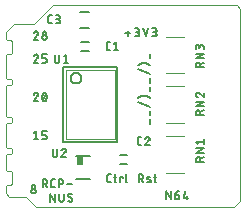
<source format=gto>
G04 EAGLE Gerber X2 export*
%TF.Part,Single*%
%TF.FileFunction,Other,silk top*%
%TF.FilePolarity,Positive*%
%TF.GenerationSoftware,Autodesk,EAGLE,9.6.2*%
%TF.CreationDate,2020-07-07T11:12:48Z*%
G75*
%MOMM*%
%FSLAX34Y34*%
%LPD*%
%INsilk top*%
%AMOC8*
5,1,8,0,0,1.08239X$1,22.5*%
G01*
%ADD10C,0.000000*%
%ADD11C,0.127000*%
%ADD12C,0.152400*%
%ADD13C,0.101600*%
%ADD14C,0.050800*%
%ADD15C,0.203200*%
%ADD16R,0.508000X0.889000*%


D10*
X0Y-23000D02*
X3000Y-26000D01*
X17000Y-26000D01*
X39750Y136500D02*
X195500Y136500D01*
X39750Y136500D02*
X23750Y120500D01*
X7000Y120500D01*
X0Y113500D01*
X0Y107500D01*
X0Y94000D02*
X0Y75000D01*
X1000Y74000D01*
X4000Y74000D01*
X5000Y73000D01*
X5000Y70000D02*
X4000Y69000D01*
X1000Y69000D01*
X0Y68000D01*
X5000Y70000D02*
X5000Y73000D01*
X0Y68000D02*
X0Y42500D01*
X1000Y41500D01*
X4000Y41500D01*
X5000Y40500D01*
X5000Y37500D02*
X4000Y36500D01*
X1000Y36500D01*
X0Y35500D01*
X5000Y37500D02*
X5000Y40500D01*
X0Y-16500D02*
X0Y-23000D01*
X0Y-3000D02*
X0Y9500D01*
X0Y16500D02*
X0Y35500D01*
X0Y-3000D02*
X1000Y-4000D01*
X4000Y-4000D02*
X5000Y-5000D01*
X4000Y-4000D02*
X1000Y-4000D01*
X5000Y-5000D02*
X5000Y-14500D01*
X4000Y-15500D01*
X1000Y-15500D01*
X0Y-16500D01*
X1000Y106500D02*
X0Y107500D01*
X1000Y106500D02*
X4000Y106500D01*
X5000Y105500D01*
X5000Y96000D01*
X4000Y95000D01*
X1000Y95000D01*
X0Y94000D01*
D11*
X21445Y-20840D02*
X21447Y-20755D01*
X21453Y-20669D01*
X21462Y-20584D01*
X21476Y-20500D01*
X21493Y-20416D01*
X21514Y-20333D01*
X21538Y-20251D01*
X21566Y-20171D01*
X21598Y-20091D01*
X21634Y-20013D01*
X21672Y-19937D01*
X21715Y-19863D01*
X21760Y-19791D01*
X21809Y-19720D01*
X21861Y-19652D01*
X21915Y-19587D01*
X21973Y-19524D01*
X22034Y-19463D01*
X22097Y-19405D01*
X22162Y-19351D01*
X22230Y-19299D01*
X22301Y-19250D01*
X22373Y-19205D01*
X22447Y-19162D01*
X22523Y-19124D01*
X22601Y-19088D01*
X22681Y-19056D01*
X22761Y-19028D01*
X22843Y-19004D01*
X22926Y-18983D01*
X23010Y-18966D01*
X23094Y-18952D01*
X23179Y-18943D01*
X23265Y-18937D01*
X23350Y-18935D01*
X23435Y-18937D01*
X23521Y-18943D01*
X23606Y-18952D01*
X23690Y-18966D01*
X23774Y-18983D01*
X23857Y-19004D01*
X23939Y-19028D01*
X24019Y-19056D01*
X24099Y-19088D01*
X24177Y-19124D01*
X24253Y-19162D01*
X24327Y-19205D01*
X24399Y-19250D01*
X24470Y-19299D01*
X24538Y-19351D01*
X24603Y-19405D01*
X24666Y-19463D01*
X24727Y-19524D01*
X24785Y-19587D01*
X24839Y-19652D01*
X24891Y-19720D01*
X24940Y-19791D01*
X24985Y-19863D01*
X25028Y-19937D01*
X25066Y-20013D01*
X25102Y-20091D01*
X25134Y-20171D01*
X25162Y-20251D01*
X25186Y-20333D01*
X25207Y-20416D01*
X25224Y-20500D01*
X25238Y-20584D01*
X25247Y-20669D01*
X25253Y-20755D01*
X25255Y-20840D01*
X25253Y-20925D01*
X25247Y-21011D01*
X25238Y-21096D01*
X25224Y-21180D01*
X25207Y-21264D01*
X25186Y-21347D01*
X25162Y-21429D01*
X25134Y-21509D01*
X25102Y-21589D01*
X25066Y-21667D01*
X25028Y-21743D01*
X24985Y-21817D01*
X24940Y-21889D01*
X24891Y-21960D01*
X24839Y-22028D01*
X24785Y-22093D01*
X24727Y-22156D01*
X24666Y-22217D01*
X24603Y-22275D01*
X24538Y-22329D01*
X24470Y-22381D01*
X24399Y-22430D01*
X24327Y-22475D01*
X24253Y-22518D01*
X24177Y-22556D01*
X24099Y-22592D01*
X24019Y-22624D01*
X23939Y-22652D01*
X23857Y-22676D01*
X23774Y-22697D01*
X23690Y-22714D01*
X23606Y-22728D01*
X23521Y-22737D01*
X23435Y-22743D01*
X23350Y-22745D01*
X23265Y-22743D01*
X23179Y-22737D01*
X23094Y-22728D01*
X23010Y-22714D01*
X22926Y-22697D01*
X22843Y-22676D01*
X22761Y-22652D01*
X22681Y-22624D01*
X22601Y-22592D01*
X22523Y-22556D01*
X22447Y-22518D01*
X22373Y-22475D01*
X22301Y-22430D01*
X22230Y-22381D01*
X22162Y-22329D01*
X22097Y-22275D01*
X22034Y-22217D01*
X21973Y-22156D01*
X21915Y-22093D01*
X21861Y-22028D01*
X21809Y-21960D01*
X21760Y-21889D01*
X21715Y-21817D01*
X21672Y-21743D01*
X21634Y-21667D01*
X21598Y-21589D01*
X21566Y-21509D01*
X21538Y-21429D01*
X21514Y-21347D01*
X21493Y-21264D01*
X21476Y-21180D01*
X21462Y-21096D01*
X21453Y-21011D01*
X21447Y-20925D01*
X21445Y-20840D01*
X21826Y-17411D02*
X21828Y-17334D01*
X21834Y-17257D01*
X21844Y-17180D01*
X21857Y-17104D01*
X21875Y-17029D01*
X21896Y-16955D01*
X21921Y-16882D01*
X21950Y-16810D01*
X21982Y-16740D01*
X22017Y-16671D01*
X22057Y-16605D01*
X22099Y-16540D01*
X22145Y-16478D01*
X22194Y-16418D01*
X22245Y-16361D01*
X22300Y-16306D01*
X22357Y-16255D01*
X22417Y-16206D01*
X22479Y-16160D01*
X22544Y-16118D01*
X22610Y-16078D01*
X22679Y-16043D01*
X22749Y-16011D01*
X22821Y-15982D01*
X22894Y-15957D01*
X22968Y-15936D01*
X23043Y-15918D01*
X23119Y-15905D01*
X23196Y-15895D01*
X23273Y-15889D01*
X23350Y-15887D01*
X23427Y-15889D01*
X23504Y-15895D01*
X23581Y-15905D01*
X23657Y-15918D01*
X23732Y-15936D01*
X23806Y-15957D01*
X23879Y-15982D01*
X23951Y-16011D01*
X24021Y-16043D01*
X24090Y-16078D01*
X24156Y-16118D01*
X24221Y-16160D01*
X24283Y-16206D01*
X24343Y-16255D01*
X24400Y-16306D01*
X24455Y-16361D01*
X24506Y-16418D01*
X24555Y-16478D01*
X24601Y-16540D01*
X24643Y-16605D01*
X24683Y-16671D01*
X24718Y-16740D01*
X24750Y-16810D01*
X24779Y-16882D01*
X24804Y-16955D01*
X24825Y-17029D01*
X24843Y-17104D01*
X24856Y-17180D01*
X24866Y-17257D01*
X24872Y-17334D01*
X24874Y-17411D01*
X24872Y-17488D01*
X24866Y-17565D01*
X24856Y-17642D01*
X24843Y-17718D01*
X24825Y-17793D01*
X24804Y-17867D01*
X24779Y-17940D01*
X24750Y-18012D01*
X24718Y-18082D01*
X24683Y-18151D01*
X24643Y-18217D01*
X24601Y-18282D01*
X24555Y-18344D01*
X24506Y-18404D01*
X24455Y-18461D01*
X24400Y-18516D01*
X24343Y-18567D01*
X24283Y-18616D01*
X24221Y-18662D01*
X24156Y-18704D01*
X24090Y-18744D01*
X24021Y-18779D01*
X23951Y-18811D01*
X23879Y-18840D01*
X23806Y-18865D01*
X23732Y-18886D01*
X23657Y-18904D01*
X23581Y-18917D01*
X23504Y-18927D01*
X23427Y-18933D01*
X23350Y-18935D01*
X23273Y-18933D01*
X23196Y-18927D01*
X23119Y-18917D01*
X23043Y-18904D01*
X22968Y-18886D01*
X22894Y-18865D01*
X22821Y-18840D01*
X22749Y-18811D01*
X22679Y-18779D01*
X22610Y-18744D01*
X22544Y-18704D01*
X22479Y-18662D01*
X22417Y-18616D01*
X22357Y-18567D01*
X22300Y-18516D01*
X22245Y-18461D01*
X22194Y-18404D01*
X22145Y-18344D01*
X22099Y-18282D01*
X22057Y-18217D01*
X22017Y-18151D01*
X21982Y-18082D01*
X21950Y-18012D01*
X21921Y-17940D01*
X21896Y-17867D01*
X21875Y-17793D01*
X21857Y-17718D01*
X21844Y-17642D01*
X21834Y-17565D01*
X21828Y-17488D01*
X21826Y-17411D01*
X23445Y28089D02*
X25350Y29613D01*
X25350Y22755D01*
X23445Y22755D02*
X27255Y22755D01*
X30760Y22755D02*
X33046Y22755D01*
X33123Y22757D01*
X33200Y22763D01*
X33277Y22773D01*
X33353Y22786D01*
X33428Y22804D01*
X33502Y22825D01*
X33575Y22850D01*
X33647Y22879D01*
X33717Y22911D01*
X33786Y22946D01*
X33852Y22986D01*
X33917Y23028D01*
X33979Y23074D01*
X34039Y23123D01*
X34096Y23174D01*
X34151Y23229D01*
X34202Y23286D01*
X34251Y23346D01*
X34297Y23408D01*
X34339Y23473D01*
X34379Y23539D01*
X34414Y23608D01*
X34446Y23678D01*
X34475Y23750D01*
X34500Y23823D01*
X34521Y23897D01*
X34539Y23972D01*
X34552Y24048D01*
X34562Y24125D01*
X34568Y24202D01*
X34570Y24279D01*
X34570Y25041D01*
X34568Y25118D01*
X34562Y25195D01*
X34552Y25272D01*
X34539Y25348D01*
X34521Y25423D01*
X34500Y25497D01*
X34475Y25570D01*
X34446Y25642D01*
X34414Y25712D01*
X34379Y25781D01*
X34339Y25847D01*
X34297Y25912D01*
X34251Y25974D01*
X34202Y26034D01*
X34151Y26091D01*
X34096Y26146D01*
X34039Y26197D01*
X33979Y26246D01*
X33917Y26292D01*
X33852Y26334D01*
X33786Y26374D01*
X33717Y26409D01*
X33647Y26441D01*
X33575Y26470D01*
X33502Y26495D01*
X33428Y26516D01*
X33353Y26534D01*
X33277Y26547D01*
X33200Y26557D01*
X33123Y26563D01*
X33046Y26565D01*
X30760Y26565D01*
X30760Y29613D01*
X34570Y29613D01*
X27256Y60399D02*
X27254Y60481D01*
X27248Y60562D01*
X27239Y60643D01*
X27225Y60724D01*
X27208Y60803D01*
X27187Y60882D01*
X27162Y60960D01*
X27133Y61036D01*
X27101Y61111D01*
X27065Y61185D01*
X27026Y61257D01*
X26984Y61326D01*
X26938Y61394D01*
X26889Y61459D01*
X26837Y61522D01*
X26782Y61582D01*
X26724Y61640D01*
X26664Y61695D01*
X26601Y61747D01*
X26536Y61796D01*
X26468Y61842D01*
X26399Y61884D01*
X26327Y61923D01*
X26253Y61959D01*
X26178Y61991D01*
X26102Y62020D01*
X26024Y62045D01*
X25945Y62066D01*
X25866Y62083D01*
X25785Y62097D01*
X25704Y62106D01*
X25623Y62112D01*
X25541Y62114D01*
X25541Y62113D02*
X25449Y62111D01*
X25357Y62105D01*
X25265Y62096D01*
X25173Y62082D01*
X25083Y62065D01*
X24993Y62044D01*
X24904Y62019D01*
X24816Y61990D01*
X24729Y61958D01*
X24644Y61922D01*
X24561Y61883D01*
X24479Y61840D01*
X24399Y61794D01*
X24321Y61744D01*
X24245Y61692D01*
X24172Y61636D01*
X24101Y61577D01*
X24032Y61515D01*
X23966Y61450D01*
X23903Y61383D01*
X23843Y61313D01*
X23785Y61241D01*
X23731Y61166D01*
X23680Y61089D01*
X23632Y61010D01*
X23588Y60929D01*
X23547Y60846D01*
X23509Y60762D01*
X23475Y60676D01*
X23445Y60589D01*
X26684Y59065D02*
X26743Y59124D01*
X26799Y59185D01*
X26852Y59248D01*
X26903Y59314D01*
X26950Y59382D01*
X26994Y59452D01*
X27035Y59524D01*
X27073Y59598D01*
X27107Y59673D01*
X27138Y59750D01*
X27165Y59828D01*
X27189Y59908D01*
X27210Y59988D01*
X27226Y60069D01*
X27239Y60151D01*
X27249Y60233D01*
X27254Y60316D01*
X27256Y60399D01*
X26684Y59065D02*
X23445Y55255D01*
X27255Y55255D01*
X30760Y58684D02*
X30762Y58826D01*
X30767Y58969D01*
X30776Y59111D01*
X30789Y59253D01*
X30805Y59394D01*
X30824Y59535D01*
X30848Y59676D01*
X30874Y59816D01*
X30905Y59955D01*
X30939Y60093D01*
X30976Y60231D01*
X31016Y60367D01*
X31061Y60503D01*
X31108Y60637D01*
X31159Y60770D01*
X31213Y60902D01*
X31271Y61032D01*
X31332Y61161D01*
X31331Y61160D02*
X31357Y61229D01*
X31386Y61295D01*
X31418Y61361D01*
X31453Y61424D01*
X31492Y61486D01*
X31534Y61546D01*
X31579Y61603D01*
X31627Y61658D01*
X31678Y61710D01*
X31731Y61760D01*
X31787Y61806D01*
X31845Y61850D01*
X31906Y61891D01*
X31968Y61929D01*
X32032Y61963D01*
X32098Y61994D01*
X32166Y62022D01*
X32235Y62046D01*
X32305Y62066D01*
X32376Y62083D01*
X32447Y62096D01*
X32519Y62105D01*
X32592Y62111D01*
X32665Y62113D01*
X32738Y62111D01*
X32811Y62105D01*
X32883Y62096D01*
X32954Y62083D01*
X33025Y62066D01*
X33095Y62046D01*
X33164Y62022D01*
X33232Y61994D01*
X33298Y61963D01*
X33362Y61929D01*
X33424Y61891D01*
X33485Y61850D01*
X33543Y61806D01*
X33599Y61760D01*
X33652Y61710D01*
X33703Y61658D01*
X33751Y61603D01*
X33796Y61546D01*
X33838Y61486D01*
X33877Y61424D01*
X33912Y61361D01*
X33944Y61295D01*
X33973Y61229D01*
X33999Y61160D01*
X33999Y61161D02*
X34060Y61032D01*
X34118Y60902D01*
X34172Y60770D01*
X34223Y60637D01*
X34270Y60503D01*
X34315Y60367D01*
X34355Y60231D01*
X34392Y60093D01*
X34426Y59955D01*
X34457Y59816D01*
X34483Y59676D01*
X34507Y59535D01*
X34526Y59394D01*
X34542Y59253D01*
X34555Y59111D01*
X34564Y58969D01*
X34569Y58826D01*
X34571Y58684D01*
X30760Y58684D02*
X30762Y58542D01*
X30767Y58399D01*
X30776Y58257D01*
X30789Y58115D01*
X30805Y57974D01*
X30824Y57833D01*
X30848Y57692D01*
X30874Y57552D01*
X30905Y57413D01*
X30939Y57275D01*
X30976Y57137D01*
X31016Y57001D01*
X31061Y56865D01*
X31108Y56731D01*
X31159Y56598D01*
X31213Y56466D01*
X31271Y56336D01*
X31332Y56207D01*
X31331Y56208D02*
X31357Y56139D01*
X31386Y56073D01*
X31418Y56007D01*
X31453Y55944D01*
X31492Y55882D01*
X31534Y55822D01*
X31579Y55765D01*
X31627Y55710D01*
X31678Y55658D01*
X31731Y55608D01*
X31787Y55562D01*
X31845Y55518D01*
X31906Y55477D01*
X31968Y55439D01*
X32032Y55405D01*
X32098Y55374D01*
X32166Y55346D01*
X32235Y55322D01*
X32305Y55302D01*
X32376Y55285D01*
X32447Y55272D01*
X32519Y55263D01*
X32592Y55257D01*
X32665Y55255D01*
X33999Y56207D02*
X34060Y56336D01*
X34118Y56466D01*
X34172Y56598D01*
X34223Y56731D01*
X34270Y56865D01*
X34315Y57001D01*
X34355Y57137D01*
X34392Y57275D01*
X34426Y57413D01*
X34457Y57552D01*
X34483Y57692D01*
X34507Y57833D01*
X34526Y57974D01*
X34542Y58115D01*
X34555Y58257D01*
X34564Y58399D01*
X34569Y58542D01*
X34571Y58684D01*
X33999Y56208D02*
X33973Y56139D01*
X33944Y56073D01*
X33912Y56007D01*
X33877Y55944D01*
X33838Y55882D01*
X33796Y55822D01*
X33751Y55765D01*
X33703Y55710D01*
X33652Y55658D01*
X33599Y55608D01*
X33543Y55562D01*
X33485Y55518D01*
X33424Y55477D01*
X33362Y55439D01*
X33298Y55405D01*
X33232Y55374D01*
X33164Y55346D01*
X33095Y55322D01*
X33025Y55302D01*
X32954Y55285D01*
X32883Y55272D01*
X32811Y55263D01*
X32738Y55257D01*
X32665Y55255D01*
X31141Y56779D02*
X34189Y60589D01*
X27256Y92899D02*
X27254Y92981D01*
X27248Y93062D01*
X27239Y93143D01*
X27225Y93224D01*
X27208Y93303D01*
X27187Y93382D01*
X27162Y93460D01*
X27133Y93536D01*
X27101Y93611D01*
X27065Y93685D01*
X27026Y93757D01*
X26984Y93826D01*
X26938Y93894D01*
X26889Y93959D01*
X26837Y94022D01*
X26782Y94082D01*
X26724Y94140D01*
X26664Y94195D01*
X26601Y94247D01*
X26536Y94296D01*
X26468Y94342D01*
X26399Y94384D01*
X26327Y94423D01*
X26253Y94459D01*
X26178Y94491D01*
X26102Y94520D01*
X26024Y94545D01*
X25945Y94566D01*
X25866Y94583D01*
X25785Y94597D01*
X25704Y94606D01*
X25623Y94612D01*
X25541Y94614D01*
X25541Y94613D02*
X25449Y94611D01*
X25357Y94605D01*
X25265Y94596D01*
X25173Y94582D01*
X25083Y94565D01*
X24993Y94544D01*
X24904Y94519D01*
X24816Y94490D01*
X24729Y94458D01*
X24644Y94422D01*
X24561Y94383D01*
X24479Y94340D01*
X24399Y94294D01*
X24321Y94244D01*
X24245Y94192D01*
X24172Y94136D01*
X24101Y94077D01*
X24032Y94015D01*
X23966Y93950D01*
X23903Y93883D01*
X23843Y93813D01*
X23785Y93741D01*
X23731Y93666D01*
X23680Y93589D01*
X23632Y93510D01*
X23588Y93429D01*
X23547Y93346D01*
X23509Y93262D01*
X23475Y93176D01*
X23445Y93089D01*
X26684Y91565D02*
X26743Y91624D01*
X26799Y91685D01*
X26852Y91748D01*
X26903Y91814D01*
X26950Y91882D01*
X26994Y91952D01*
X27035Y92024D01*
X27073Y92098D01*
X27107Y92173D01*
X27138Y92250D01*
X27165Y92328D01*
X27189Y92408D01*
X27210Y92488D01*
X27226Y92569D01*
X27239Y92651D01*
X27249Y92733D01*
X27254Y92816D01*
X27256Y92899D01*
X26684Y91565D02*
X23445Y87755D01*
X27255Y87755D01*
X30760Y87755D02*
X33046Y87755D01*
X33123Y87757D01*
X33200Y87763D01*
X33277Y87773D01*
X33353Y87786D01*
X33428Y87804D01*
X33502Y87825D01*
X33575Y87850D01*
X33647Y87879D01*
X33717Y87911D01*
X33786Y87946D01*
X33852Y87986D01*
X33917Y88028D01*
X33979Y88074D01*
X34039Y88123D01*
X34096Y88174D01*
X34151Y88229D01*
X34202Y88286D01*
X34251Y88346D01*
X34297Y88408D01*
X34339Y88473D01*
X34379Y88539D01*
X34414Y88608D01*
X34446Y88678D01*
X34475Y88750D01*
X34500Y88823D01*
X34521Y88897D01*
X34539Y88972D01*
X34552Y89048D01*
X34562Y89125D01*
X34568Y89202D01*
X34570Y89279D01*
X34570Y90041D01*
X34568Y90118D01*
X34562Y90195D01*
X34552Y90272D01*
X34539Y90348D01*
X34521Y90423D01*
X34500Y90497D01*
X34475Y90570D01*
X34446Y90642D01*
X34414Y90712D01*
X34379Y90781D01*
X34339Y90847D01*
X34297Y90912D01*
X34251Y90974D01*
X34202Y91034D01*
X34151Y91091D01*
X34096Y91146D01*
X34039Y91197D01*
X33979Y91246D01*
X33917Y91292D01*
X33852Y91334D01*
X33786Y91374D01*
X33717Y91409D01*
X33647Y91441D01*
X33575Y91470D01*
X33502Y91495D01*
X33428Y91516D01*
X33353Y91534D01*
X33277Y91547D01*
X33200Y91557D01*
X33123Y91563D01*
X33046Y91565D01*
X30760Y91565D01*
X30760Y94613D01*
X34570Y94613D01*
X27256Y112399D02*
X27254Y112481D01*
X27248Y112562D01*
X27239Y112643D01*
X27225Y112724D01*
X27208Y112803D01*
X27187Y112882D01*
X27162Y112960D01*
X27133Y113036D01*
X27101Y113111D01*
X27065Y113185D01*
X27026Y113257D01*
X26984Y113326D01*
X26938Y113394D01*
X26889Y113459D01*
X26837Y113522D01*
X26782Y113582D01*
X26724Y113640D01*
X26664Y113695D01*
X26601Y113747D01*
X26536Y113796D01*
X26468Y113842D01*
X26399Y113884D01*
X26327Y113923D01*
X26253Y113959D01*
X26178Y113991D01*
X26102Y114020D01*
X26024Y114045D01*
X25945Y114066D01*
X25866Y114083D01*
X25785Y114097D01*
X25704Y114106D01*
X25623Y114112D01*
X25541Y114114D01*
X25541Y114113D02*
X25449Y114111D01*
X25357Y114105D01*
X25265Y114096D01*
X25173Y114082D01*
X25083Y114065D01*
X24993Y114044D01*
X24904Y114019D01*
X24816Y113990D01*
X24729Y113958D01*
X24644Y113922D01*
X24561Y113883D01*
X24479Y113840D01*
X24399Y113794D01*
X24321Y113744D01*
X24245Y113692D01*
X24172Y113636D01*
X24101Y113577D01*
X24032Y113515D01*
X23966Y113450D01*
X23903Y113383D01*
X23843Y113313D01*
X23785Y113241D01*
X23731Y113166D01*
X23680Y113089D01*
X23632Y113010D01*
X23588Y112929D01*
X23547Y112846D01*
X23509Y112762D01*
X23475Y112676D01*
X23445Y112589D01*
X26684Y111065D02*
X26743Y111124D01*
X26799Y111185D01*
X26852Y111248D01*
X26903Y111314D01*
X26950Y111382D01*
X26994Y111452D01*
X27035Y111524D01*
X27073Y111598D01*
X27107Y111673D01*
X27138Y111750D01*
X27165Y111828D01*
X27189Y111908D01*
X27210Y111988D01*
X27226Y112069D01*
X27239Y112151D01*
X27249Y112233D01*
X27254Y112316D01*
X27256Y112399D01*
X26684Y111065D02*
X23445Y107255D01*
X27255Y107255D01*
X30760Y109160D02*
X30762Y109245D01*
X30768Y109331D01*
X30777Y109416D01*
X30791Y109500D01*
X30808Y109584D01*
X30829Y109667D01*
X30853Y109749D01*
X30881Y109829D01*
X30913Y109909D01*
X30949Y109987D01*
X30987Y110063D01*
X31030Y110137D01*
X31075Y110209D01*
X31124Y110280D01*
X31176Y110348D01*
X31230Y110413D01*
X31288Y110476D01*
X31349Y110537D01*
X31412Y110595D01*
X31477Y110649D01*
X31545Y110701D01*
X31616Y110750D01*
X31688Y110795D01*
X31762Y110838D01*
X31838Y110876D01*
X31916Y110912D01*
X31996Y110944D01*
X32076Y110972D01*
X32158Y110996D01*
X32241Y111017D01*
X32325Y111034D01*
X32409Y111048D01*
X32494Y111057D01*
X32580Y111063D01*
X32665Y111065D01*
X32750Y111063D01*
X32836Y111057D01*
X32921Y111048D01*
X33005Y111034D01*
X33089Y111017D01*
X33172Y110996D01*
X33254Y110972D01*
X33334Y110944D01*
X33414Y110912D01*
X33492Y110876D01*
X33568Y110838D01*
X33642Y110795D01*
X33714Y110750D01*
X33785Y110701D01*
X33853Y110649D01*
X33918Y110595D01*
X33981Y110537D01*
X34042Y110476D01*
X34100Y110413D01*
X34154Y110348D01*
X34206Y110280D01*
X34255Y110209D01*
X34300Y110137D01*
X34343Y110063D01*
X34381Y109987D01*
X34417Y109909D01*
X34449Y109829D01*
X34477Y109749D01*
X34501Y109667D01*
X34522Y109584D01*
X34539Y109500D01*
X34553Y109416D01*
X34562Y109331D01*
X34568Y109245D01*
X34570Y109160D01*
X34568Y109075D01*
X34562Y108989D01*
X34553Y108904D01*
X34539Y108820D01*
X34522Y108736D01*
X34501Y108653D01*
X34477Y108571D01*
X34449Y108491D01*
X34417Y108411D01*
X34381Y108333D01*
X34343Y108257D01*
X34300Y108183D01*
X34255Y108111D01*
X34206Y108040D01*
X34154Y107972D01*
X34100Y107907D01*
X34042Y107844D01*
X33981Y107783D01*
X33918Y107725D01*
X33853Y107671D01*
X33785Y107619D01*
X33714Y107570D01*
X33642Y107525D01*
X33568Y107482D01*
X33492Y107444D01*
X33414Y107408D01*
X33334Y107376D01*
X33254Y107348D01*
X33172Y107324D01*
X33089Y107303D01*
X33005Y107286D01*
X32921Y107272D01*
X32836Y107263D01*
X32750Y107257D01*
X32665Y107255D01*
X32580Y107257D01*
X32494Y107263D01*
X32409Y107272D01*
X32325Y107286D01*
X32241Y107303D01*
X32158Y107324D01*
X32076Y107348D01*
X31996Y107376D01*
X31916Y107408D01*
X31838Y107444D01*
X31762Y107482D01*
X31688Y107525D01*
X31616Y107570D01*
X31545Y107619D01*
X31477Y107671D01*
X31412Y107725D01*
X31349Y107783D01*
X31288Y107844D01*
X31230Y107907D01*
X31176Y107972D01*
X31124Y108040D01*
X31075Y108111D01*
X31030Y108183D01*
X30987Y108257D01*
X30949Y108333D01*
X30913Y108411D01*
X30881Y108491D01*
X30853Y108571D01*
X30829Y108653D01*
X30808Y108736D01*
X30791Y108820D01*
X30777Y108904D01*
X30768Y108989D01*
X30762Y109075D01*
X30760Y109160D01*
X31141Y112589D02*
X31143Y112666D01*
X31149Y112743D01*
X31159Y112820D01*
X31172Y112896D01*
X31190Y112971D01*
X31211Y113045D01*
X31236Y113118D01*
X31265Y113190D01*
X31297Y113260D01*
X31332Y113329D01*
X31372Y113395D01*
X31414Y113460D01*
X31460Y113522D01*
X31509Y113582D01*
X31560Y113639D01*
X31615Y113694D01*
X31672Y113745D01*
X31732Y113794D01*
X31794Y113840D01*
X31859Y113882D01*
X31925Y113922D01*
X31994Y113957D01*
X32064Y113989D01*
X32136Y114018D01*
X32209Y114043D01*
X32283Y114064D01*
X32358Y114082D01*
X32434Y114095D01*
X32511Y114105D01*
X32588Y114111D01*
X32665Y114113D01*
X32742Y114111D01*
X32819Y114105D01*
X32896Y114095D01*
X32972Y114082D01*
X33047Y114064D01*
X33121Y114043D01*
X33194Y114018D01*
X33266Y113989D01*
X33336Y113957D01*
X33405Y113922D01*
X33471Y113882D01*
X33536Y113840D01*
X33598Y113794D01*
X33658Y113745D01*
X33715Y113694D01*
X33770Y113639D01*
X33821Y113582D01*
X33870Y113522D01*
X33916Y113460D01*
X33958Y113395D01*
X33998Y113329D01*
X34033Y113260D01*
X34065Y113190D01*
X34094Y113118D01*
X34119Y113045D01*
X34140Y112971D01*
X34158Y112896D01*
X34171Y112820D01*
X34181Y112743D01*
X34187Y112666D01*
X34189Y112589D01*
X34187Y112512D01*
X34181Y112435D01*
X34171Y112358D01*
X34158Y112282D01*
X34140Y112207D01*
X34119Y112133D01*
X34094Y112060D01*
X34065Y111988D01*
X34033Y111918D01*
X33998Y111849D01*
X33958Y111783D01*
X33916Y111718D01*
X33870Y111656D01*
X33821Y111596D01*
X33770Y111539D01*
X33715Y111484D01*
X33658Y111433D01*
X33598Y111384D01*
X33536Y111338D01*
X33471Y111296D01*
X33405Y111256D01*
X33336Y111221D01*
X33266Y111189D01*
X33194Y111160D01*
X33121Y111135D01*
X33047Y111114D01*
X32972Y111096D01*
X32896Y111083D01*
X32819Y111073D01*
X32742Y111067D01*
X32665Y111065D01*
X32588Y111067D01*
X32511Y111073D01*
X32434Y111083D01*
X32358Y111096D01*
X32283Y111114D01*
X32209Y111135D01*
X32136Y111160D01*
X32064Y111189D01*
X31994Y111221D01*
X31925Y111256D01*
X31859Y111296D01*
X31794Y111338D01*
X31732Y111384D01*
X31672Y111433D01*
X31615Y111484D01*
X31560Y111539D01*
X31509Y111596D01*
X31460Y111656D01*
X31414Y111718D01*
X31372Y111783D01*
X31332Y111849D01*
X31297Y111918D01*
X31265Y111988D01*
X31236Y112060D01*
X31211Y112133D01*
X31190Y112207D01*
X31172Y112282D01*
X31159Y112358D01*
X31149Y112435D01*
X31143Y112512D01*
X31141Y112589D01*
X87409Y-13615D02*
X88933Y-13615D01*
X87409Y-13615D02*
X87332Y-13613D01*
X87255Y-13607D01*
X87178Y-13597D01*
X87102Y-13584D01*
X87027Y-13566D01*
X86953Y-13545D01*
X86880Y-13520D01*
X86808Y-13491D01*
X86738Y-13459D01*
X86669Y-13424D01*
X86603Y-13384D01*
X86538Y-13342D01*
X86476Y-13296D01*
X86416Y-13247D01*
X86359Y-13196D01*
X86304Y-13141D01*
X86253Y-13084D01*
X86204Y-13024D01*
X86158Y-12962D01*
X86116Y-12897D01*
X86076Y-12831D01*
X86041Y-12762D01*
X86009Y-12692D01*
X85980Y-12620D01*
X85955Y-12547D01*
X85934Y-12473D01*
X85916Y-12398D01*
X85903Y-12322D01*
X85893Y-12245D01*
X85887Y-12168D01*
X85885Y-12091D01*
X85885Y-8281D01*
X85887Y-8204D01*
X85893Y-8127D01*
X85903Y-8050D01*
X85916Y-7974D01*
X85934Y-7899D01*
X85955Y-7825D01*
X85980Y-7752D01*
X86009Y-7680D01*
X86041Y-7610D01*
X86076Y-7541D01*
X86116Y-7475D01*
X86158Y-7410D01*
X86204Y-7348D01*
X86253Y-7288D01*
X86304Y-7231D01*
X86359Y-7176D01*
X86416Y-7125D01*
X86476Y-7076D01*
X86538Y-7030D01*
X86603Y-6988D01*
X86669Y-6948D01*
X86738Y-6913D01*
X86808Y-6881D01*
X86880Y-6852D01*
X86953Y-6827D01*
X87027Y-6806D01*
X87102Y-6788D01*
X87178Y-6775D01*
X87255Y-6765D01*
X87332Y-6759D01*
X87409Y-6757D01*
X88933Y-6757D01*
X91224Y-9043D02*
X93510Y-9043D01*
X91986Y-6757D02*
X91986Y-12472D01*
X91988Y-12538D01*
X91994Y-12605D01*
X92003Y-12670D01*
X92017Y-12736D01*
X92034Y-12800D01*
X92055Y-12863D01*
X92079Y-12925D01*
X92108Y-12985D01*
X92139Y-13043D01*
X92174Y-13100D01*
X92212Y-13155D01*
X92253Y-13207D01*
X92298Y-13256D01*
X92345Y-13303D01*
X92394Y-13348D01*
X92446Y-13389D01*
X92501Y-13427D01*
X92558Y-13462D01*
X92616Y-13493D01*
X92676Y-13522D01*
X92738Y-13546D01*
X92801Y-13567D01*
X92865Y-13584D01*
X92931Y-13598D01*
X92996Y-13607D01*
X93063Y-13613D01*
X93129Y-13615D01*
X93510Y-13615D01*
X96845Y-13615D02*
X96845Y-9043D01*
X99131Y-9043D01*
X99131Y-9805D01*
X101684Y-12472D02*
X101684Y-6757D01*
X101684Y-12472D02*
X101686Y-12538D01*
X101692Y-12605D01*
X101701Y-12670D01*
X101715Y-12736D01*
X101732Y-12800D01*
X101753Y-12863D01*
X101777Y-12925D01*
X101806Y-12985D01*
X101837Y-13043D01*
X101872Y-13100D01*
X101910Y-13155D01*
X101951Y-13207D01*
X101996Y-13256D01*
X102043Y-13303D01*
X102092Y-13348D01*
X102144Y-13389D01*
X102199Y-13427D01*
X102256Y-13462D01*
X102314Y-13493D01*
X102374Y-13522D01*
X102436Y-13546D01*
X102499Y-13567D01*
X102563Y-13584D01*
X102629Y-13598D01*
X102694Y-13607D01*
X102761Y-13613D01*
X102827Y-13615D01*
X112385Y-13615D02*
X112385Y-6757D01*
X114290Y-6757D01*
X114375Y-6759D01*
X114461Y-6765D01*
X114546Y-6774D01*
X114630Y-6788D01*
X114714Y-6805D01*
X114797Y-6826D01*
X114879Y-6850D01*
X114959Y-6878D01*
X115039Y-6910D01*
X115117Y-6946D01*
X115193Y-6984D01*
X115267Y-7027D01*
X115339Y-7072D01*
X115410Y-7121D01*
X115478Y-7173D01*
X115543Y-7227D01*
X115606Y-7285D01*
X115667Y-7346D01*
X115725Y-7409D01*
X115779Y-7474D01*
X115831Y-7542D01*
X115880Y-7613D01*
X115925Y-7685D01*
X115968Y-7759D01*
X116006Y-7835D01*
X116042Y-7913D01*
X116074Y-7993D01*
X116102Y-8073D01*
X116126Y-8155D01*
X116147Y-8238D01*
X116164Y-8322D01*
X116178Y-8406D01*
X116187Y-8491D01*
X116193Y-8577D01*
X116195Y-8662D01*
X116193Y-8747D01*
X116187Y-8833D01*
X116178Y-8918D01*
X116164Y-9002D01*
X116147Y-9086D01*
X116126Y-9169D01*
X116102Y-9251D01*
X116074Y-9331D01*
X116042Y-9411D01*
X116006Y-9489D01*
X115968Y-9565D01*
X115925Y-9639D01*
X115880Y-9711D01*
X115831Y-9782D01*
X115779Y-9850D01*
X115725Y-9915D01*
X115667Y-9978D01*
X115606Y-10039D01*
X115543Y-10097D01*
X115478Y-10151D01*
X115410Y-10203D01*
X115339Y-10252D01*
X115267Y-10297D01*
X115193Y-10340D01*
X115117Y-10378D01*
X115039Y-10414D01*
X114959Y-10446D01*
X114879Y-10474D01*
X114797Y-10498D01*
X114714Y-10519D01*
X114630Y-10536D01*
X114546Y-10550D01*
X114461Y-10559D01*
X114375Y-10565D01*
X114290Y-10567D01*
X112385Y-10567D01*
X114671Y-10567D02*
X116195Y-13615D01*
X120095Y-10948D02*
X122000Y-11710D01*
X120095Y-10948D02*
X120038Y-10923D01*
X119983Y-10895D01*
X119929Y-10863D01*
X119878Y-10828D01*
X119829Y-10789D01*
X119782Y-10748D01*
X119738Y-10704D01*
X119697Y-10657D01*
X119659Y-10607D01*
X119625Y-10555D01*
X119593Y-10502D01*
X119565Y-10446D01*
X119541Y-10389D01*
X119520Y-10330D01*
X119503Y-10270D01*
X119490Y-10209D01*
X119481Y-10147D01*
X119475Y-10085D01*
X119474Y-10023D01*
X119477Y-9961D01*
X119483Y-9899D01*
X119493Y-9837D01*
X119507Y-9777D01*
X119525Y-9717D01*
X119547Y-9658D01*
X119572Y-9602D01*
X119601Y-9546D01*
X119633Y-9493D01*
X119669Y-9442D01*
X119708Y-9393D01*
X119749Y-9347D01*
X119794Y-9303D01*
X119841Y-9262D01*
X119891Y-9225D01*
X119943Y-9190D01*
X119997Y-9159D01*
X120053Y-9132D01*
X120110Y-9108D01*
X120169Y-9087D01*
X120229Y-9071D01*
X120290Y-9058D01*
X120352Y-9049D01*
X120414Y-9044D01*
X120476Y-9043D01*
X120477Y-9043D02*
X120603Y-9047D01*
X120729Y-9054D01*
X120855Y-9065D01*
X120981Y-9080D01*
X121106Y-9098D01*
X121230Y-9120D01*
X121354Y-9146D01*
X121477Y-9175D01*
X121599Y-9208D01*
X121720Y-9244D01*
X121839Y-9284D01*
X121958Y-9328D01*
X122075Y-9374D01*
X122191Y-9424D01*
X122001Y-11710D02*
X122058Y-11735D01*
X122113Y-11763D01*
X122167Y-11795D01*
X122218Y-11830D01*
X122267Y-11869D01*
X122314Y-11910D01*
X122358Y-11954D01*
X122399Y-12001D01*
X122437Y-12051D01*
X122471Y-12103D01*
X122503Y-12156D01*
X122531Y-12212D01*
X122555Y-12269D01*
X122576Y-12328D01*
X122593Y-12388D01*
X122606Y-12449D01*
X122615Y-12511D01*
X122621Y-12573D01*
X122622Y-12635D01*
X122619Y-12697D01*
X122613Y-12759D01*
X122603Y-12821D01*
X122589Y-12881D01*
X122571Y-12941D01*
X122549Y-13000D01*
X122524Y-13056D01*
X122495Y-13112D01*
X122463Y-13165D01*
X122427Y-13216D01*
X122388Y-13265D01*
X122347Y-13311D01*
X122302Y-13355D01*
X122255Y-13396D01*
X122205Y-13433D01*
X122153Y-13468D01*
X122099Y-13499D01*
X122043Y-13526D01*
X121986Y-13550D01*
X121927Y-13571D01*
X121867Y-13587D01*
X121806Y-13600D01*
X121744Y-13609D01*
X121682Y-13614D01*
X121620Y-13615D01*
X121467Y-13611D01*
X121314Y-13604D01*
X121162Y-13593D01*
X121010Y-13578D01*
X120858Y-13559D01*
X120707Y-13537D01*
X120556Y-13512D01*
X120406Y-13483D01*
X120257Y-13450D01*
X120108Y-13414D01*
X119961Y-13374D01*
X119814Y-13331D01*
X119668Y-13284D01*
X119524Y-13234D01*
X125182Y-9043D02*
X127468Y-9043D01*
X125944Y-6757D02*
X125944Y-12472D01*
X125946Y-12538D01*
X125952Y-12605D01*
X125961Y-12670D01*
X125975Y-12736D01*
X125992Y-12800D01*
X126013Y-12863D01*
X126037Y-12925D01*
X126066Y-12985D01*
X126097Y-13043D01*
X126132Y-13100D01*
X126170Y-13155D01*
X126211Y-13207D01*
X126256Y-13256D01*
X126303Y-13303D01*
X126352Y-13348D01*
X126404Y-13389D01*
X126459Y-13427D01*
X126516Y-13462D01*
X126574Y-13493D01*
X126634Y-13522D01*
X126696Y-13546D01*
X126759Y-13567D01*
X126823Y-13584D01*
X126889Y-13598D01*
X126954Y-13607D01*
X127021Y-13613D01*
X127087Y-13615D01*
X127468Y-13615D01*
X135635Y-21257D02*
X135635Y-28115D01*
X139445Y-28115D02*
X135635Y-21257D01*
X139445Y-21257D02*
X139445Y-28115D01*
X143194Y-24305D02*
X145480Y-24305D01*
X145557Y-24307D01*
X145634Y-24313D01*
X145711Y-24323D01*
X145787Y-24336D01*
X145862Y-24354D01*
X145936Y-24375D01*
X146009Y-24400D01*
X146081Y-24429D01*
X146151Y-24461D01*
X146220Y-24496D01*
X146286Y-24536D01*
X146351Y-24578D01*
X146413Y-24624D01*
X146473Y-24673D01*
X146530Y-24724D01*
X146585Y-24779D01*
X146636Y-24836D01*
X146685Y-24896D01*
X146731Y-24958D01*
X146773Y-25023D01*
X146813Y-25089D01*
X146848Y-25158D01*
X146880Y-25228D01*
X146909Y-25300D01*
X146934Y-25373D01*
X146955Y-25447D01*
X146973Y-25522D01*
X146986Y-25598D01*
X146996Y-25675D01*
X147002Y-25752D01*
X147004Y-25829D01*
X147004Y-26210D01*
X147002Y-26295D01*
X146996Y-26381D01*
X146987Y-26466D01*
X146973Y-26550D01*
X146956Y-26634D01*
X146935Y-26717D01*
X146911Y-26799D01*
X146883Y-26879D01*
X146851Y-26959D01*
X146815Y-27037D01*
X146777Y-27113D01*
X146734Y-27187D01*
X146689Y-27259D01*
X146640Y-27330D01*
X146588Y-27398D01*
X146534Y-27463D01*
X146476Y-27526D01*
X146415Y-27587D01*
X146352Y-27645D01*
X146287Y-27699D01*
X146219Y-27751D01*
X146148Y-27800D01*
X146076Y-27845D01*
X146002Y-27888D01*
X145926Y-27926D01*
X145848Y-27962D01*
X145768Y-27994D01*
X145688Y-28022D01*
X145606Y-28046D01*
X145523Y-28067D01*
X145439Y-28084D01*
X145355Y-28098D01*
X145270Y-28107D01*
X145184Y-28113D01*
X145099Y-28115D01*
X145014Y-28113D01*
X144928Y-28107D01*
X144843Y-28098D01*
X144759Y-28084D01*
X144675Y-28067D01*
X144592Y-28046D01*
X144510Y-28022D01*
X144430Y-27994D01*
X144350Y-27962D01*
X144272Y-27926D01*
X144196Y-27888D01*
X144122Y-27845D01*
X144050Y-27800D01*
X143979Y-27751D01*
X143911Y-27699D01*
X143846Y-27645D01*
X143783Y-27587D01*
X143722Y-27526D01*
X143664Y-27463D01*
X143610Y-27398D01*
X143558Y-27330D01*
X143509Y-27259D01*
X143464Y-27187D01*
X143421Y-27113D01*
X143383Y-27037D01*
X143347Y-26959D01*
X143315Y-26879D01*
X143287Y-26799D01*
X143263Y-26717D01*
X143242Y-26634D01*
X143225Y-26550D01*
X143211Y-26466D01*
X143202Y-26381D01*
X143196Y-26295D01*
X143194Y-26210D01*
X143194Y-24305D01*
X143196Y-24196D01*
X143202Y-24088D01*
X143211Y-23979D01*
X143225Y-23871D01*
X143242Y-23764D01*
X143264Y-23657D01*
X143289Y-23551D01*
X143317Y-23446D01*
X143350Y-23342D01*
X143386Y-23240D01*
X143426Y-23139D01*
X143469Y-23039D01*
X143516Y-22941D01*
X143567Y-22844D01*
X143621Y-22750D01*
X143678Y-22657D01*
X143738Y-22567D01*
X143802Y-22478D01*
X143869Y-22392D01*
X143938Y-22309D01*
X144011Y-22228D01*
X144087Y-22150D01*
X144165Y-22074D01*
X144246Y-22001D01*
X144329Y-21932D01*
X144415Y-21865D01*
X144504Y-21801D01*
X144594Y-21741D01*
X144687Y-21684D01*
X144781Y-21630D01*
X144878Y-21579D01*
X144976Y-21532D01*
X145076Y-21489D01*
X145177Y-21449D01*
X145279Y-21413D01*
X145383Y-21380D01*
X145488Y-21352D01*
X145594Y-21327D01*
X145701Y-21305D01*
X145808Y-21288D01*
X145916Y-21274D01*
X146025Y-21265D01*
X146133Y-21259D01*
X146242Y-21257D01*
X152033Y-21257D02*
X150509Y-26591D01*
X154319Y-26591D01*
X153176Y-25067D02*
X153176Y-28115D01*
X31030Y-17833D02*
X31030Y-10975D01*
X32935Y-10975D01*
X33020Y-10977D01*
X33106Y-10983D01*
X33191Y-10992D01*
X33275Y-11006D01*
X33359Y-11023D01*
X33442Y-11044D01*
X33524Y-11068D01*
X33604Y-11096D01*
X33684Y-11128D01*
X33762Y-11164D01*
X33838Y-11202D01*
X33912Y-11245D01*
X33984Y-11290D01*
X34055Y-11339D01*
X34123Y-11391D01*
X34188Y-11445D01*
X34251Y-11503D01*
X34312Y-11564D01*
X34370Y-11627D01*
X34424Y-11692D01*
X34476Y-11760D01*
X34525Y-11831D01*
X34570Y-11903D01*
X34613Y-11977D01*
X34651Y-12053D01*
X34687Y-12131D01*
X34719Y-12211D01*
X34747Y-12291D01*
X34771Y-12373D01*
X34792Y-12456D01*
X34809Y-12540D01*
X34823Y-12624D01*
X34832Y-12709D01*
X34838Y-12795D01*
X34840Y-12880D01*
X34838Y-12965D01*
X34832Y-13051D01*
X34823Y-13136D01*
X34809Y-13220D01*
X34792Y-13304D01*
X34771Y-13387D01*
X34747Y-13469D01*
X34719Y-13549D01*
X34687Y-13629D01*
X34651Y-13707D01*
X34613Y-13783D01*
X34570Y-13857D01*
X34525Y-13929D01*
X34476Y-14000D01*
X34424Y-14068D01*
X34370Y-14133D01*
X34312Y-14196D01*
X34251Y-14257D01*
X34188Y-14315D01*
X34123Y-14369D01*
X34055Y-14421D01*
X33984Y-14470D01*
X33912Y-14515D01*
X33838Y-14558D01*
X33762Y-14596D01*
X33684Y-14632D01*
X33604Y-14664D01*
X33524Y-14692D01*
X33442Y-14716D01*
X33359Y-14737D01*
X33275Y-14754D01*
X33191Y-14768D01*
X33106Y-14777D01*
X33020Y-14783D01*
X32935Y-14785D01*
X31030Y-14785D01*
X33316Y-14785D02*
X34840Y-17833D01*
X39768Y-17833D02*
X41292Y-17833D01*
X39768Y-17833D02*
X39691Y-17831D01*
X39614Y-17825D01*
X39537Y-17815D01*
X39461Y-17802D01*
X39386Y-17784D01*
X39312Y-17763D01*
X39239Y-17738D01*
X39167Y-17709D01*
X39097Y-17677D01*
X39028Y-17642D01*
X38962Y-17602D01*
X38897Y-17560D01*
X38835Y-17514D01*
X38775Y-17465D01*
X38718Y-17414D01*
X38663Y-17359D01*
X38612Y-17302D01*
X38563Y-17242D01*
X38517Y-17180D01*
X38475Y-17115D01*
X38435Y-17049D01*
X38400Y-16980D01*
X38368Y-16910D01*
X38339Y-16838D01*
X38314Y-16765D01*
X38293Y-16691D01*
X38275Y-16616D01*
X38262Y-16540D01*
X38252Y-16463D01*
X38246Y-16386D01*
X38244Y-16309D01*
X38244Y-12499D01*
X38246Y-12422D01*
X38252Y-12345D01*
X38262Y-12268D01*
X38275Y-12192D01*
X38293Y-12117D01*
X38314Y-12043D01*
X38339Y-11970D01*
X38368Y-11898D01*
X38400Y-11828D01*
X38435Y-11759D01*
X38475Y-11693D01*
X38517Y-11628D01*
X38563Y-11566D01*
X38612Y-11506D01*
X38663Y-11449D01*
X38718Y-11394D01*
X38775Y-11343D01*
X38835Y-11294D01*
X38897Y-11248D01*
X38962Y-11206D01*
X39028Y-11166D01*
X39097Y-11131D01*
X39167Y-11099D01*
X39239Y-11070D01*
X39312Y-11045D01*
X39386Y-11024D01*
X39461Y-11006D01*
X39537Y-10993D01*
X39614Y-10983D01*
X39691Y-10977D01*
X39768Y-10975D01*
X41292Y-10975D01*
X44775Y-10975D02*
X44775Y-17833D01*
X44775Y-10975D02*
X46680Y-10975D01*
X46765Y-10977D01*
X46851Y-10983D01*
X46936Y-10992D01*
X47020Y-11006D01*
X47104Y-11023D01*
X47187Y-11044D01*
X47269Y-11068D01*
X47349Y-11096D01*
X47429Y-11128D01*
X47507Y-11164D01*
X47583Y-11202D01*
X47657Y-11245D01*
X47729Y-11290D01*
X47800Y-11339D01*
X47868Y-11391D01*
X47933Y-11445D01*
X47996Y-11503D01*
X48057Y-11564D01*
X48115Y-11627D01*
X48169Y-11692D01*
X48221Y-11760D01*
X48270Y-11831D01*
X48315Y-11903D01*
X48358Y-11977D01*
X48396Y-12053D01*
X48432Y-12131D01*
X48464Y-12211D01*
X48492Y-12291D01*
X48516Y-12373D01*
X48537Y-12456D01*
X48554Y-12540D01*
X48568Y-12624D01*
X48577Y-12709D01*
X48583Y-12795D01*
X48585Y-12880D01*
X48583Y-12965D01*
X48577Y-13051D01*
X48568Y-13136D01*
X48554Y-13220D01*
X48537Y-13304D01*
X48516Y-13387D01*
X48492Y-13469D01*
X48464Y-13549D01*
X48432Y-13629D01*
X48396Y-13707D01*
X48358Y-13783D01*
X48315Y-13857D01*
X48270Y-13929D01*
X48221Y-14000D01*
X48169Y-14068D01*
X48115Y-14133D01*
X48057Y-14196D01*
X47996Y-14257D01*
X47933Y-14315D01*
X47868Y-14369D01*
X47800Y-14421D01*
X47729Y-14470D01*
X47657Y-14515D01*
X47583Y-14558D01*
X47507Y-14596D01*
X47429Y-14632D01*
X47349Y-14664D01*
X47269Y-14692D01*
X47187Y-14716D01*
X47104Y-14737D01*
X47020Y-14754D01*
X46936Y-14768D01*
X46851Y-14777D01*
X46765Y-14783D01*
X46680Y-14785D01*
X44775Y-14785D01*
X51793Y-15166D02*
X56365Y-15166D01*
X37437Y-23167D02*
X37437Y-30025D01*
X41247Y-30025D02*
X37437Y-23167D01*
X41247Y-23167D02*
X41247Y-30025D01*
X45240Y-28120D02*
X45240Y-23167D01*
X45240Y-28120D02*
X45242Y-28205D01*
X45248Y-28291D01*
X45257Y-28376D01*
X45271Y-28460D01*
X45288Y-28544D01*
X45309Y-28627D01*
X45333Y-28709D01*
X45361Y-28789D01*
X45393Y-28869D01*
X45429Y-28947D01*
X45467Y-29023D01*
X45510Y-29097D01*
X45555Y-29169D01*
X45604Y-29240D01*
X45656Y-29308D01*
X45710Y-29373D01*
X45768Y-29436D01*
X45829Y-29497D01*
X45892Y-29555D01*
X45957Y-29609D01*
X46025Y-29661D01*
X46096Y-29710D01*
X46168Y-29755D01*
X46242Y-29798D01*
X46318Y-29836D01*
X46396Y-29872D01*
X46476Y-29904D01*
X46556Y-29932D01*
X46638Y-29956D01*
X46721Y-29977D01*
X46805Y-29994D01*
X46889Y-30008D01*
X46974Y-30017D01*
X47060Y-30023D01*
X47145Y-30025D01*
X47230Y-30023D01*
X47316Y-30017D01*
X47401Y-30008D01*
X47485Y-29994D01*
X47569Y-29977D01*
X47652Y-29956D01*
X47734Y-29932D01*
X47814Y-29904D01*
X47894Y-29872D01*
X47972Y-29836D01*
X48048Y-29798D01*
X48122Y-29755D01*
X48194Y-29710D01*
X48265Y-29661D01*
X48333Y-29609D01*
X48398Y-29555D01*
X48461Y-29497D01*
X48522Y-29436D01*
X48580Y-29373D01*
X48634Y-29308D01*
X48686Y-29240D01*
X48735Y-29169D01*
X48780Y-29097D01*
X48823Y-29023D01*
X48861Y-28947D01*
X48897Y-28869D01*
X48929Y-28789D01*
X48957Y-28709D01*
X48981Y-28627D01*
X49002Y-28544D01*
X49019Y-28460D01*
X49033Y-28376D01*
X49042Y-28291D01*
X49048Y-28205D01*
X49050Y-28120D01*
X49050Y-23167D01*
X54841Y-30025D02*
X54918Y-30023D01*
X54995Y-30017D01*
X55072Y-30007D01*
X55148Y-29994D01*
X55223Y-29976D01*
X55297Y-29955D01*
X55370Y-29930D01*
X55442Y-29901D01*
X55512Y-29869D01*
X55581Y-29834D01*
X55647Y-29794D01*
X55712Y-29752D01*
X55774Y-29706D01*
X55834Y-29657D01*
X55891Y-29606D01*
X55946Y-29551D01*
X55997Y-29494D01*
X56046Y-29434D01*
X56092Y-29372D01*
X56134Y-29307D01*
X56174Y-29241D01*
X56209Y-29172D01*
X56241Y-29102D01*
X56270Y-29030D01*
X56295Y-28957D01*
X56316Y-28883D01*
X56334Y-28808D01*
X56347Y-28732D01*
X56357Y-28655D01*
X56363Y-28578D01*
X56365Y-28501D01*
X54841Y-30025D02*
X54731Y-30023D01*
X54620Y-30017D01*
X54510Y-30008D01*
X54400Y-29995D01*
X54291Y-29978D01*
X54183Y-29957D01*
X54075Y-29933D01*
X53968Y-29904D01*
X53862Y-29873D01*
X53758Y-29837D01*
X53654Y-29798D01*
X53552Y-29756D01*
X53452Y-29710D01*
X53353Y-29660D01*
X53256Y-29608D01*
X53160Y-29551D01*
X53067Y-29492D01*
X52976Y-29430D01*
X52887Y-29364D01*
X52800Y-29296D01*
X52716Y-29224D01*
X52634Y-29150D01*
X52555Y-29073D01*
X52746Y-24691D02*
X52748Y-24614D01*
X52754Y-24537D01*
X52764Y-24460D01*
X52777Y-24384D01*
X52795Y-24309D01*
X52816Y-24235D01*
X52841Y-24162D01*
X52870Y-24090D01*
X52902Y-24020D01*
X52937Y-23951D01*
X52977Y-23885D01*
X53019Y-23820D01*
X53065Y-23758D01*
X53114Y-23698D01*
X53165Y-23641D01*
X53220Y-23586D01*
X53277Y-23535D01*
X53337Y-23486D01*
X53399Y-23440D01*
X53464Y-23398D01*
X53530Y-23358D01*
X53599Y-23323D01*
X53669Y-23291D01*
X53741Y-23262D01*
X53814Y-23237D01*
X53888Y-23216D01*
X53963Y-23198D01*
X54039Y-23185D01*
X54116Y-23175D01*
X54193Y-23169D01*
X54270Y-23167D01*
X54372Y-23169D01*
X54474Y-23174D01*
X54576Y-23183D01*
X54677Y-23196D01*
X54778Y-23213D01*
X54878Y-23232D01*
X54978Y-23256D01*
X55076Y-23283D01*
X55174Y-23314D01*
X55270Y-23348D01*
X55365Y-23385D01*
X55459Y-23426D01*
X55551Y-23470D01*
X55641Y-23518D01*
X55730Y-23568D01*
X55817Y-23622D01*
X55902Y-23679D01*
X55985Y-23739D01*
X53507Y-26025D02*
X53442Y-25984D01*
X53379Y-25941D01*
X53319Y-25894D01*
X53260Y-25844D01*
X53205Y-25792D01*
X53152Y-25737D01*
X53101Y-25679D01*
X53054Y-25619D01*
X53010Y-25556D01*
X52968Y-25492D01*
X52930Y-25426D01*
X52896Y-25357D01*
X52865Y-25287D01*
X52837Y-25216D01*
X52813Y-25144D01*
X52792Y-25070D01*
X52775Y-24995D01*
X52762Y-24920D01*
X52753Y-24844D01*
X52747Y-24768D01*
X52745Y-24691D01*
X55603Y-27167D02*
X55668Y-27208D01*
X55731Y-27251D01*
X55791Y-27298D01*
X55850Y-27348D01*
X55905Y-27400D01*
X55958Y-27455D01*
X56009Y-27513D01*
X56056Y-27573D01*
X56100Y-27636D01*
X56142Y-27700D01*
X56180Y-27766D01*
X56214Y-27835D01*
X56245Y-27905D01*
X56273Y-27976D01*
X56297Y-28048D01*
X56318Y-28122D01*
X56335Y-28197D01*
X56348Y-28272D01*
X56357Y-28348D01*
X56363Y-28424D01*
X56365Y-28501D01*
X55603Y-27168D02*
X53508Y-26025D01*
X100945Y112522D02*
X105517Y112522D01*
X103231Y110236D02*
X103231Y114808D01*
X109129Y109855D02*
X111034Y109855D01*
X111119Y109857D01*
X111205Y109863D01*
X111290Y109872D01*
X111374Y109886D01*
X111458Y109903D01*
X111541Y109924D01*
X111623Y109948D01*
X111703Y109976D01*
X111783Y110008D01*
X111861Y110044D01*
X111937Y110082D01*
X112011Y110125D01*
X112083Y110170D01*
X112154Y110219D01*
X112222Y110271D01*
X112287Y110325D01*
X112350Y110383D01*
X112411Y110444D01*
X112469Y110507D01*
X112523Y110572D01*
X112575Y110640D01*
X112624Y110711D01*
X112669Y110783D01*
X112712Y110857D01*
X112750Y110933D01*
X112786Y111011D01*
X112818Y111091D01*
X112846Y111171D01*
X112870Y111253D01*
X112891Y111336D01*
X112908Y111420D01*
X112922Y111504D01*
X112931Y111589D01*
X112937Y111675D01*
X112939Y111760D01*
X112937Y111845D01*
X112931Y111931D01*
X112922Y112016D01*
X112908Y112100D01*
X112891Y112184D01*
X112870Y112267D01*
X112846Y112349D01*
X112818Y112429D01*
X112786Y112509D01*
X112750Y112587D01*
X112712Y112663D01*
X112669Y112737D01*
X112624Y112809D01*
X112575Y112880D01*
X112523Y112948D01*
X112469Y113013D01*
X112411Y113076D01*
X112350Y113137D01*
X112287Y113195D01*
X112222Y113249D01*
X112154Y113301D01*
X112083Y113350D01*
X112011Y113395D01*
X111937Y113438D01*
X111861Y113476D01*
X111783Y113512D01*
X111703Y113544D01*
X111623Y113572D01*
X111541Y113596D01*
X111458Y113617D01*
X111374Y113634D01*
X111290Y113648D01*
X111205Y113657D01*
X111119Y113663D01*
X111034Y113665D01*
X111415Y116713D02*
X109129Y116713D01*
X111415Y116713D02*
X111492Y116711D01*
X111569Y116705D01*
X111646Y116695D01*
X111722Y116682D01*
X111797Y116664D01*
X111871Y116643D01*
X111944Y116618D01*
X112016Y116589D01*
X112086Y116557D01*
X112155Y116522D01*
X112221Y116482D01*
X112286Y116440D01*
X112348Y116394D01*
X112408Y116345D01*
X112465Y116294D01*
X112520Y116239D01*
X112571Y116182D01*
X112620Y116122D01*
X112666Y116060D01*
X112708Y115995D01*
X112748Y115929D01*
X112783Y115860D01*
X112815Y115790D01*
X112844Y115718D01*
X112869Y115645D01*
X112890Y115571D01*
X112908Y115496D01*
X112921Y115420D01*
X112931Y115343D01*
X112937Y115266D01*
X112939Y115189D01*
X112937Y115112D01*
X112931Y115035D01*
X112921Y114958D01*
X112908Y114882D01*
X112890Y114807D01*
X112869Y114733D01*
X112844Y114660D01*
X112815Y114588D01*
X112783Y114518D01*
X112748Y114449D01*
X112708Y114383D01*
X112666Y114318D01*
X112620Y114256D01*
X112571Y114196D01*
X112520Y114139D01*
X112465Y114084D01*
X112408Y114033D01*
X112348Y113984D01*
X112286Y113938D01*
X112221Y113896D01*
X112155Y113856D01*
X112086Y113821D01*
X112016Y113789D01*
X111944Y113760D01*
X111871Y113735D01*
X111797Y113714D01*
X111722Y113696D01*
X111646Y113683D01*
X111569Y113673D01*
X111492Y113667D01*
X111415Y113665D01*
X109891Y113665D01*
X116063Y116713D02*
X118349Y109855D01*
X120635Y116713D01*
X123759Y109855D02*
X125664Y109855D01*
X125749Y109857D01*
X125835Y109863D01*
X125920Y109872D01*
X126004Y109886D01*
X126088Y109903D01*
X126171Y109924D01*
X126253Y109948D01*
X126333Y109976D01*
X126413Y110008D01*
X126491Y110044D01*
X126567Y110082D01*
X126641Y110125D01*
X126713Y110170D01*
X126784Y110219D01*
X126852Y110271D01*
X126917Y110325D01*
X126980Y110383D01*
X127041Y110444D01*
X127099Y110507D01*
X127153Y110572D01*
X127205Y110640D01*
X127254Y110711D01*
X127299Y110783D01*
X127342Y110857D01*
X127380Y110933D01*
X127416Y111011D01*
X127448Y111091D01*
X127476Y111171D01*
X127500Y111253D01*
X127521Y111336D01*
X127538Y111420D01*
X127552Y111504D01*
X127561Y111589D01*
X127567Y111675D01*
X127569Y111760D01*
X127567Y111845D01*
X127561Y111931D01*
X127552Y112016D01*
X127538Y112100D01*
X127521Y112184D01*
X127500Y112267D01*
X127476Y112349D01*
X127448Y112429D01*
X127416Y112509D01*
X127380Y112587D01*
X127342Y112663D01*
X127299Y112737D01*
X127254Y112809D01*
X127205Y112880D01*
X127153Y112948D01*
X127099Y113013D01*
X127041Y113076D01*
X126980Y113137D01*
X126917Y113195D01*
X126852Y113249D01*
X126784Y113301D01*
X126713Y113350D01*
X126641Y113395D01*
X126567Y113438D01*
X126491Y113476D01*
X126413Y113512D01*
X126333Y113544D01*
X126253Y113572D01*
X126171Y113596D01*
X126088Y113617D01*
X126004Y113634D01*
X125920Y113648D01*
X125835Y113657D01*
X125749Y113663D01*
X125664Y113665D01*
X126045Y116713D02*
X123759Y116713D01*
X126045Y116713D02*
X126122Y116711D01*
X126199Y116705D01*
X126276Y116695D01*
X126352Y116682D01*
X126427Y116664D01*
X126501Y116643D01*
X126574Y116618D01*
X126646Y116589D01*
X126716Y116557D01*
X126785Y116522D01*
X126851Y116482D01*
X126916Y116440D01*
X126978Y116394D01*
X127038Y116345D01*
X127095Y116294D01*
X127150Y116239D01*
X127201Y116182D01*
X127250Y116122D01*
X127296Y116060D01*
X127338Y115995D01*
X127378Y115929D01*
X127413Y115860D01*
X127445Y115790D01*
X127474Y115718D01*
X127499Y115645D01*
X127520Y115571D01*
X127538Y115496D01*
X127551Y115420D01*
X127561Y115343D01*
X127567Y115266D01*
X127569Y115189D01*
X127567Y115112D01*
X127561Y115035D01*
X127551Y114958D01*
X127538Y114882D01*
X127520Y114807D01*
X127499Y114733D01*
X127474Y114660D01*
X127445Y114588D01*
X127413Y114518D01*
X127378Y114449D01*
X127338Y114383D01*
X127296Y114318D01*
X127250Y114256D01*
X127201Y114196D01*
X127150Y114139D01*
X127095Y114084D01*
X127038Y114033D01*
X126978Y113984D01*
X126916Y113938D01*
X126851Y113896D01*
X126785Y113856D01*
X126716Y113821D01*
X126646Y113789D01*
X126574Y113760D01*
X126501Y113735D01*
X126427Y113714D01*
X126352Y113696D01*
X126276Y113683D01*
X126199Y113673D01*
X126122Y113667D01*
X126045Y113665D01*
X124521Y113665D01*
X160887Y83945D02*
X167745Y83945D01*
X160887Y83945D02*
X160887Y85850D01*
X160889Y85935D01*
X160895Y86021D01*
X160904Y86106D01*
X160918Y86190D01*
X160935Y86274D01*
X160956Y86357D01*
X160980Y86439D01*
X161008Y86519D01*
X161040Y86599D01*
X161076Y86677D01*
X161114Y86753D01*
X161157Y86827D01*
X161202Y86899D01*
X161251Y86970D01*
X161303Y87038D01*
X161357Y87103D01*
X161415Y87166D01*
X161476Y87227D01*
X161539Y87285D01*
X161604Y87339D01*
X161672Y87391D01*
X161743Y87440D01*
X161815Y87485D01*
X161889Y87528D01*
X161965Y87566D01*
X162043Y87602D01*
X162123Y87634D01*
X162203Y87662D01*
X162285Y87686D01*
X162368Y87707D01*
X162452Y87724D01*
X162536Y87738D01*
X162621Y87747D01*
X162707Y87753D01*
X162792Y87755D01*
X162877Y87753D01*
X162963Y87747D01*
X163048Y87738D01*
X163132Y87724D01*
X163216Y87707D01*
X163299Y87686D01*
X163381Y87662D01*
X163461Y87634D01*
X163541Y87602D01*
X163619Y87566D01*
X163695Y87528D01*
X163769Y87485D01*
X163841Y87440D01*
X163912Y87391D01*
X163980Y87339D01*
X164045Y87285D01*
X164108Y87227D01*
X164169Y87166D01*
X164227Y87103D01*
X164281Y87038D01*
X164333Y86970D01*
X164382Y86899D01*
X164427Y86827D01*
X164470Y86753D01*
X164508Y86677D01*
X164544Y86599D01*
X164576Y86519D01*
X164604Y86439D01*
X164628Y86357D01*
X164649Y86274D01*
X164666Y86190D01*
X164680Y86106D01*
X164689Y86021D01*
X164695Y85935D01*
X164697Y85850D01*
X164697Y83945D01*
X164697Y86231D02*
X167745Y87755D01*
X167745Y91434D02*
X160887Y91434D01*
X167745Y95244D01*
X160887Y95244D01*
X167745Y98994D02*
X167745Y100899D01*
X167743Y100984D01*
X167737Y101070D01*
X167728Y101155D01*
X167714Y101239D01*
X167697Y101323D01*
X167676Y101406D01*
X167652Y101488D01*
X167624Y101568D01*
X167592Y101648D01*
X167556Y101726D01*
X167518Y101802D01*
X167475Y101876D01*
X167430Y101948D01*
X167381Y102019D01*
X167329Y102087D01*
X167275Y102152D01*
X167217Y102215D01*
X167156Y102276D01*
X167093Y102334D01*
X167028Y102388D01*
X166960Y102440D01*
X166889Y102489D01*
X166817Y102534D01*
X166743Y102577D01*
X166667Y102615D01*
X166589Y102651D01*
X166509Y102683D01*
X166429Y102711D01*
X166347Y102735D01*
X166264Y102756D01*
X166180Y102773D01*
X166096Y102787D01*
X166011Y102796D01*
X165925Y102802D01*
X165840Y102804D01*
X165755Y102802D01*
X165669Y102796D01*
X165584Y102787D01*
X165500Y102773D01*
X165416Y102756D01*
X165333Y102735D01*
X165251Y102711D01*
X165171Y102683D01*
X165091Y102651D01*
X165013Y102615D01*
X164937Y102577D01*
X164863Y102534D01*
X164791Y102489D01*
X164720Y102440D01*
X164652Y102388D01*
X164587Y102334D01*
X164524Y102276D01*
X164463Y102215D01*
X164405Y102152D01*
X164351Y102087D01*
X164299Y102019D01*
X164250Y101948D01*
X164205Y101876D01*
X164162Y101802D01*
X164124Y101726D01*
X164088Y101648D01*
X164056Y101568D01*
X164028Y101488D01*
X164004Y101406D01*
X163983Y101323D01*
X163966Y101239D01*
X163952Y101155D01*
X163943Y101070D01*
X163937Y100984D01*
X163935Y100899D01*
X160887Y101280D02*
X160887Y98994D01*
X160887Y101280D02*
X160889Y101357D01*
X160895Y101434D01*
X160905Y101511D01*
X160918Y101587D01*
X160936Y101662D01*
X160957Y101736D01*
X160982Y101809D01*
X161011Y101881D01*
X161043Y101951D01*
X161078Y102020D01*
X161118Y102086D01*
X161160Y102151D01*
X161206Y102213D01*
X161255Y102273D01*
X161306Y102330D01*
X161361Y102385D01*
X161418Y102436D01*
X161478Y102485D01*
X161540Y102531D01*
X161605Y102573D01*
X161671Y102613D01*
X161740Y102648D01*
X161810Y102680D01*
X161882Y102709D01*
X161955Y102734D01*
X162029Y102755D01*
X162104Y102773D01*
X162180Y102786D01*
X162257Y102796D01*
X162334Y102802D01*
X162411Y102804D01*
X162488Y102802D01*
X162565Y102796D01*
X162642Y102786D01*
X162718Y102773D01*
X162793Y102755D01*
X162867Y102734D01*
X162940Y102709D01*
X163012Y102680D01*
X163082Y102648D01*
X163151Y102613D01*
X163217Y102573D01*
X163282Y102531D01*
X163344Y102485D01*
X163404Y102436D01*
X163461Y102385D01*
X163516Y102330D01*
X163567Y102273D01*
X163616Y102213D01*
X163662Y102151D01*
X163704Y102086D01*
X163744Y102020D01*
X163779Y101951D01*
X163811Y101881D01*
X163840Y101809D01*
X163865Y101736D01*
X163886Y101662D01*
X163904Y101587D01*
X163917Y101511D01*
X163927Y101434D01*
X163933Y101357D01*
X163935Y101280D01*
X163935Y99756D01*
X160887Y43445D02*
X167745Y43445D01*
X160887Y43445D02*
X160887Y45350D01*
X160889Y45435D01*
X160895Y45521D01*
X160904Y45606D01*
X160918Y45690D01*
X160935Y45774D01*
X160956Y45857D01*
X160980Y45939D01*
X161008Y46019D01*
X161040Y46099D01*
X161076Y46177D01*
X161114Y46253D01*
X161157Y46327D01*
X161202Y46399D01*
X161251Y46470D01*
X161303Y46538D01*
X161357Y46603D01*
X161415Y46666D01*
X161476Y46727D01*
X161539Y46785D01*
X161604Y46839D01*
X161672Y46891D01*
X161743Y46940D01*
X161815Y46985D01*
X161889Y47028D01*
X161965Y47066D01*
X162043Y47102D01*
X162123Y47134D01*
X162203Y47162D01*
X162285Y47186D01*
X162368Y47207D01*
X162452Y47224D01*
X162536Y47238D01*
X162621Y47247D01*
X162707Y47253D01*
X162792Y47255D01*
X162877Y47253D01*
X162963Y47247D01*
X163048Y47238D01*
X163132Y47224D01*
X163216Y47207D01*
X163299Y47186D01*
X163381Y47162D01*
X163461Y47134D01*
X163541Y47102D01*
X163619Y47066D01*
X163695Y47028D01*
X163769Y46985D01*
X163841Y46940D01*
X163912Y46891D01*
X163980Y46839D01*
X164045Y46785D01*
X164108Y46727D01*
X164169Y46666D01*
X164227Y46603D01*
X164281Y46538D01*
X164333Y46470D01*
X164382Y46399D01*
X164427Y46327D01*
X164470Y46253D01*
X164508Y46177D01*
X164544Y46099D01*
X164576Y46019D01*
X164604Y45939D01*
X164628Y45857D01*
X164649Y45774D01*
X164666Y45690D01*
X164680Y45606D01*
X164689Y45521D01*
X164695Y45435D01*
X164697Y45350D01*
X164697Y43445D01*
X164697Y45731D02*
X167745Y47255D01*
X167745Y50934D02*
X160887Y50934D01*
X167745Y54744D01*
X160887Y54744D01*
X160887Y60589D02*
X160889Y60671D01*
X160895Y60752D01*
X160904Y60833D01*
X160918Y60914D01*
X160935Y60993D01*
X160956Y61072D01*
X160981Y61150D01*
X161010Y61226D01*
X161042Y61301D01*
X161078Y61375D01*
X161117Y61447D01*
X161159Y61516D01*
X161205Y61584D01*
X161254Y61649D01*
X161306Y61712D01*
X161361Y61772D01*
X161419Y61830D01*
X161479Y61885D01*
X161542Y61937D01*
X161607Y61986D01*
X161675Y62032D01*
X161745Y62074D01*
X161816Y62113D01*
X161890Y62149D01*
X161965Y62181D01*
X162041Y62210D01*
X162119Y62235D01*
X162198Y62256D01*
X162277Y62273D01*
X162358Y62287D01*
X162439Y62296D01*
X162520Y62302D01*
X162602Y62304D01*
X160887Y60589D02*
X160889Y60497D01*
X160895Y60405D01*
X160904Y60313D01*
X160918Y60221D01*
X160935Y60131D01*
X160956Y60041D01*
X160981Y59952D01*
X161010Y59864D01*
X161042Y59777D01*
X161078Y59692D01*
X161117Y59609D01*
X161160Y59527D01*
X161206Y59447D01*
X161256Y59369D01*
X161308Y59293D01*
X161364Y59220D01*
X161423Y59149D01*
X161485Y59080D01*
X161550Y59014D01*
X161617Y58951D01*
X161687Y58891D01*
X161759Y58833D01*
X161834Y58779D01*
X161911Y58728D01*
X161990Y58680D01*
X162071Y58636D01*
X162154Y58595D01*
X162238Y58557D01*
X162324Y58523D01*
X162411Y58493D01*
X163936Y61732D02*
X163877Y61791D01*
X163816Y61847D01*
X163753Y61900D01*
X163687Y61951D01*
X163619Y61998D01*
X163549Y62042D01*
X163477Y62083D01*
X163403Y62121D01*
X163328Y62155D01*
X163251Y62186D01*
X163173Y62213D01*
X163093Y62237D01*
X163013Y62258D01*
X162932Y62274D01*
X162850Y62287D01*
X162768Y62297D01*
X162685Y62302D01*
X162602Y62304D01*
X163935Y61732D02*
X167745Y58494D01*
X167745Y62304D01*
X167745Y3945D02*
X160887Y3945D01*
X160887Y5850D01*
X160889Y5935D01*
X160895Y6021D01*
X160904Y6106D01*
X160918Y6190D01*
X160935Y6274D01*
X160956Y6357D01*
X160980Y6439D01*
X161008Y6519D01*
X161040Y6599D01*
X161076Y6677D01*
X161114Y6753D01*
X161157Y6827D01*
X161202Y6899D01*
X161251Y6970D01*
X161303Y7038D01*
X161357Y7103D01*
X161415Y7166D01*
X161476Y7227D01*
X161539Y7285D01*
X161604Y7339D01*
X161672Y7391D01*
X161743Y7440D01*
X161815Y7485D01*
X161889Y7528D01*
X161965Y7566D01*
X162043Y7602D01*
X162123Y7634D01*
X162203Y7662D01*
X162285Y7686D01*
X162368Y7707D01*
X162452Y7724D01*
X162536Y7738D01*
X162621Y7747D01*
X162707Y7753D01*
X162792Y7755D01*
X162877Y7753D01*
X162963Y7747D01*
X163048Y7738D01*
X163132Y7724D01*
X163216Y7707D01*
X163299Y7686D01*
X163381Y7662D01*
X163461Y7634D01*
X163541Y7602D01*
X163619Y7566D01*
X163695Y7528D01*
X163769Y7485D01*
X163841Y7440D01*
X163912Y7391D01*
X163980Y7339D01*
X164045Y7285D01*
X164108Y7227D01*
X164169Y7166D01*
X164227Y7103D01*
X164281Y7038D01*
X164333Y6970D01*
X164382Y6899D01*
X164427Y6827D01*
X164470Y6753D01*
X164508Y6677D01*
X164544Y6599D01*
X164576Y6519D01*
X164604Y6439D01*
X164628Y6357D01*
X164649Y6274D01*
X164666Y6190D01*
X164680Y6106D01*
X164689Y6021D01*
X164695Y5935D01*
X164697Y5850D01*
X164697Y3945D01*
X164697Y6231D02*
X167745Y7755D01*
X167745Y11434D02*
X160887Y11434D01*
X167745Y15244D01*
X160887Y15244D01*
X162411Y18994D02*
X160887Y20899D01*
X167745Y20899D01*
X167745Y18994D02*
X167745Y22804D01*
D10*
X1000Y15500D02*
X0Y16500D01*
X1000Y15500D02*
X4000Y15500D01*
X5000Y14500D01*
X5000Y11500D01*
X4000Y10500D01*
X1000Y10500D01*
X0Y9500D01*
X17000Y-26000D02*
X25500Y-34500D01*
X193500Y-34500D01*
X198500Y-29500D01*
X198500Y133500D01*
X195500Y136500D01*
D12*
X122198Y39600D02*
X122198Y35762D01*
X122198Y43077D02*
X122198Y46915D01*
X122198Y50392D02*
X111642Y54231D01*
X116920Y59638D02*
X117118Y59636D01*
X117315Y59628D01*
X117512Y59617D01*
X117709Y59600D01*
X117906Y59579D01*
X118102Y59553D01*
X118297Y59522D01*
X118491Y59486D01*
X118685Y59446D01*
X118877Y59401D01*
X119069Y59352D01*
X119259Y59298D01*
X119447Y59240D01*
X119635Y59177D01*
X119820Y59109D01*
X120004Y59037D01*
X120187Y58961D01*
X120367Y58880D01*
X120545Y58795D01*
X120722Y58706D01*
X120896Y58612D01*
X121068Y58514D01*
X121237Y58412D01*
X121404Y58307D01*
X121568Y58197D01*
X121730Y58083D01*
X121889Y57965D01*
X122044Y57844D01*
X122197Y57719D01*
X116920Y59638D02*
X116722Y59636D01*
X116525Y59628D01*
X116328Y59617D01*
X116131Y59600D01*
X115934Y59579D01*
X115738Y59553D01*
X115543Y59522D01*
X115349Y59486D01*
X115155Y59446D01*
X114963Y59401D01*
X114771Y59352D01*
X114581Y59298D01*
X114393Y59240D01*
X114205Y59177D01*
X114020Y59109D01*
X113836Y59037D01*
X113653Y58961D01*
X113473Y58880D01*
X113295Y58795D01*
X113118Y58706D01*
X112944Y58612D01*
X112772Y58514D01*
X112603Y58412D01*
X112436Y58307D01*
X112272Y58197D01*
X112110Y58083D01*
X111952Y57965D01*
X111796Y57844D01*
X111643Y57719D01*
X122198Y63499D02*
X122198Y67337D01*
X122198Y70814D02*
X122198Y74652D01*
X122198Y78129D02*
X111642Y81967D01*
X116920Y87374D02*
X117118Y87372D01*
X117315Y87364D01*
X117512Y87353D01*
X117709Y87336D01*
X117906Y87315D01*
X118102Y87289D01*
X118297Y87258D01*
X118491Y87222D01*
X118685Y87182D01*
X118877Y87137D01*
X119069Y87088D01*
X119259Y87034D01*
X119447Y86976D01*
X119635Y86913D01*
X119820Y86845D01*
X120004Y86773D01*
X120187Y86697D01*
X120367Y86616D01*
X120545Y86531D01*
X120722Y86442D01*
X120896Y86348D01*
X121068Y86250D01*
X121237Y86148D01*
X121404Y86043D01*
X121568Y85933D01*
X121730Y85819D01*
X121889Y85701D01*
X122044Y85580D01*
X122197Y85455D01*
X116920Y87374D02*
X116722Y87372D01*
X116525Y87364D01*
X116328Y87353D01*
X116131Y87336D01*
X115934Y87315D01*
X115738Y87289D01*
X115543Y87258D01*
X115349Y87222D01*
X115155Y87182D01*
X114963Y87137D01*
X114771Y87088D01*
X114581Y87034D01*
X114393Y86976D01*
X114205Y86913D01*
X114020Y86845D01*
X113836Y86773D01*
X113653Y86697D01*
X113473Y86616D01*
X113295Y86531D01*
X113118Y86442D01*
X112944Y86348D01*
X112772Y86250D01*
X112603Y86148D01*
X112436Y86043D01*
X112272Y85933D01*
X112110Y85819D01*
X111952Y85701D01*
X111796Y85580D01*
X111643Y85455D01*
X122198Y91235D02*
X122198Y95073D01*
D13*
X136000Y78500D02*
X151000Y78500D01*
X151000Y109500D02*
X136000Y109500D01*
X136000Y36500D02*
X151000Y36500D01*
X151000Y67500D02*
X136000Y67500D01*
X136000Y-5500D02*
X151000Y-5500D01*
X151000Y25500D02*
X136000Y25500D01*
D12*
X70310Y117396D02*
X62690Y117396D01*
X62690Y130604D02*
X70310Y130604D01*
D11*
X38993Y120835D02*
X37469Y120835D01*
X37392Y120837D01*
X37315Y120843D01*
X37238Y120853D01*
X37162Y120866D01*
X37087Y120884D01*
X37013Y120905D01*
X36940Y120930D01*
X36868Y120959D01*
X36798Y120991D01*
X36729Y121026D01*
X36663Y121066D01*
X36598Y121108D01*
X36536Y121154D01*
X36476Y121203D01*
X36419Y121254D01*
X36364Y121309D01*
X36313Y121366D01*
X36264Y121426D01*
X36218Y121488D01*
X36176Y121553D01*
X36136Y121619D01*
X36101Y121688D01*
X36069Y121758D01*
X36040Y121830D01*
X36015Y121903D01*
X35994Y121977D01*
X35976Y122052D01*
X35963Y122128D01*
X35953Y122205D01*
X35947Y122282D01*
X35945Y122359D01*
X35945Y126169D01*
X35947Y126246D01*
X35953Y126323D01*
X35963Y126400D01*
X35976Y126476D01*
X35994Y126551D01*
X36015Y126625D01*
X36040Y126698D01*
X36069Y126770D01*
X36101Y126840D01*
X36136Y126909D01*
X36176Y126975D01*
X36218Y127040D01*
X36264Y127102D01*
X36313Y127162D01*
X36364Y127219D01*
X36419Y127274D01*
X36476Y127325D01*
X36536Y127374D01*
X36598Y127420D01*
X36663Y127462D01*
X36729Y127502D01*
X36798Y127537D01*
X36868Y127569D01*
X36940Y127598D01*
X37013Y127623D01*
X37087Y127644D01*
X37162Y127662D01*
X37238Y127675D01*
X37315Y127685D01*
X37392Y127691D01*
X37469Y127693D01*
X38993Y127693D01*
X42072Y120835D02*
X43977Y120835D01*
X44062Y120837D01*
X44148Y120843D01*
X44233Y120852D01*
X44317Y120866D01*
X44401Y120883D01*
X44484Y120904D01*
X44566Y120928D01*
X44646Y120956D01*
X44726Y120988D01*
X44804Y121024D01*
X44880Y121062D01*
X44954Y121105D01*
X45026Y121150D01*
X45097Y121199D01*
X45165Y121251D01*
X45230Y121305D01*
X45293Y121363D01*
X45354Y121424D01*
X45412Y121487D01*
X45466Y121552D01*
X45518Y121620D01*
X45567Y121691D01*
X45612Y121763D01*
X45655Y121837D01*
X45693Y121913D01*
X45729Y121991D01*
X45761Y122071D01*
X45789Y122151D01*
X45813Y122233D01*
X45834Y122316D01*
X45851Y122400D01*
X45865Y122484D01*
X45874Y122569D01*
X45880Y122655D01*
X45882Y122740D01*
X45880Y122825D01*
X45874Y122911D01*
X45865Y122996D01*
X45851Y123080D01*
X45834Y123164D01*
X45813Y123247D01*
X45789Y123329D01*
X45761Y123409D01*
X45729Y123489D01*
X45693Y123567D01*
X45655Y123643D01*
X45612Y123717D01*
X45567Y123789D01*
X45518Y123860D01*
X45466Y123928D01*
X45412Y123993D01*
X45354Y124056D01*
X45293Y124117D01*
X45230Y124175D01*
X45165Y124229D01*
X45097Y124281D01*
X45026Y124330D01*
X44954Y124375D01*
X44880Y124418D01*
X44804Y124456D01*
X44726Y124492D01*
X44646Y124524D01*
X44566Y124552D01*
X44484Y124576D01*
X44401Y124597D01*
X44317Y124614D01*
X44233Y124628D01*
X44148Y124637D01*
X44062Y124643D01*
X43977Y124645D01*
X44358Y127693D02*
X42072Y127693D01*
X44358Y127693D02*
X44435Y127691D01*
X44512Y127685D01*
X44589Y127675D01*
X44665Y127662D01*
X44740Y127644D01*
X44814Y127623D01*
X44887Y127598D01*
X44959Y127569D01*
X45029Y127537D01*
X45098Y127502D01*
X45164Y127462D01*
X45229Y127420D01*
X45291Y127374D01*
X45351Y127325D01*
X45408Y127274D01*
X45463Y127219D01*
X45514Y127162D01*
X45563Y127102D01*
X45609Y127040D01*
X45651Y126975D01*
X45691Y126909D01*
X45726Y126840D01*
X45758Y126770D01*
X45787Y126698D01*
X45812Y126625D01*
X45833Y126551D01*
X45851Y126476D01*
X45864Y126400D01*
X45874Y126323D01*
X45880Y126246D01*
X45882Y126169D01*
X45880Y126092D01*
X45874Y126015D01*
X45864Y125938D01*
X45851Y125862D01*
X45833Y125787D01*
X45812Y125713D01*
X45787Y125640D01*
X45758Y125568D01*
X45726Y125498D01*
X45691Y125429D01*
X45651Y125363D01*
X45609Y125298D01*
X45563Y125236D01*
X45514Y125176D01*
X45463Y125119D01*
X45408Y125064D01*
X45351Y125013D01*
X45291Y124964D01*
X45229Y124918D01*
X45164Y124876D01*
X45098Y124836D01*
X45029Y124801D01*
X44959Y124769D01*
X44887Y124740D01*
X44814Y124715D01*
X44740Y124694D01*
X44665Y124676D01*
X44589Y124663D01*
X44512Y124653D01*
X44435Y124647D01*
X44358Y124645D01*
X42834Y124645D01*
D12*
X63825Y97531D02*
X70175Y97531D01*
X70175Y105469D02*
X63825Y105469D01*
D11*
X86809Y98485D02*
X88333Y98485D01*
X86809Y98485D02*
X86732Y98487D01*
X86655Y98493D01*
X86578Y98503D01*
X86502Y98516D01*
X86427Y98534D01*
X86353Y98555D01*
X86280Y98580D01*
X86208Y98609D01*
X86138Y98641D01*
X86069Y98676D01*
X86003Y98716D01*
X85938Y98758D01*
X85876Y98804D01*
X85816Y98853D01*
X85759Y98904D01*
X85704Y98959D01*
X85653Y99016D01*
X85604Y99076D01*
X85558Y99138D01*
X85516Y99203D01*
X85476Y99269D01*
X85441Y99338D01*
X85409Y99408D01*
X85380Y99480D01*
X85355Y99553D01*
X85334Y99627D01*
X85316Y99702D01*
X85303Y99778D01*
X85293Y99855D01*
X85287Y99932D01*
X85285Y100009D01*
X85285Y103819D01*
X85287Y103896D01*
X85293Y103973D01*
X85303Y104050D01*
X85316Y104126D01*
X85334Y104201D01*
X85355Y104275D01*
X85380Y104348D01*
X85409Y104420D01*
X85441Y104490D01*
X85476Y104559D01*
X85516Y104625D01*
X85558Y104690D01*
X85604Y104752D01*
X85653Y104812D01*
X85704Y104869D01*
X85759Y104924D01*
X85816Y104975D01*
X85876Y105024D01*
X85938Y105070D01*
X86003Y105112D01*
X86069Y105152D01*
X86138Y105187D01*
X86208Y105219D01*
X86280Y105248D01*
X86353Y105273D01*
X86427Y105294D01*
X86502Y105312D01*
X86578Y105325D01*
X86655Y105335D01*
X86732Y105341D01*
X86809Y105343D01*
X88333Y105343D01*
X91412Y103819D02*
X93317Y105343D01*
X93317Y98485D01*
X91412Y98485D02*
X95222Y98485D01*
D12*
X48672Y83646D02*
X48672Y20354D01*
X94328Y20354D01*
X94328Y83646D01*
X48672Y83646D01*
D14*
X50958Y81360D02*
X50958Y22640D01*
X92042Y22640D01*
X92042Y81360D01*
X50958Y81360D01*
D12*
X54736Y74756D02*
X54738Y74891D01*
X54744Y75026D01*
X54754Y75160D01*
X54768Y75294D01*
X54786Y75428D01*
X54807Y75561D01*
X54833Y75693D01*
X54863Y75825D01*
X54896Y75956D01*
X54933Y76085D01*
X54975Y76214D01*
X55019Y76341D01*
X55068Y76467D01*
X55120Y76591D01*
X55176Y76714D01*
X55236Y76835D01*
X55299Y76954D01*
X55365Y77071D01*
X55435Y77186D01*
X55509Y77300D01*
X55586Y77411D01*
X55665Y77519D01*
X55749Y77625D01*
X55835Y77729D01*
X55924Y77830D01*
X56016Y77929D01*
X56111Y78024D01*
X56209Y78117D01*
X56309Y78207D01*
X56412Y78294D01*
X56518Y78378D01*
X56626Y78459D01*
X56736Y78536D01*
X56849Y78610D01*
X56964Y78681D01*
X57081Y78749D01*
X57199Y78813D01*
X57320Y78873D01*
X57442Y78930D01*
X57566Y78983D01*
X57692Y79033D01*
X57818Y79079D01*
X57947Y79121D01*
X58076Y79159D01*
X58206Y79193D01*
X58338Y79224D01*
X58470Y79251D01*
X58603Y79273D01*
X58736Y79292D01*
X58870Y79307D01*
X59005Y79318D01*
X59139Y79325D01*
X59274Y79328D01*
X59409Y79327D01*
X59544Y79322D01*
X59678Y79313D01*
X59813Y79300D01*
X59947Y79283D01*
X60080Y79262D01*
X60212Y79238D01*
X60344Y79209D01*
X60475Y79177D01*
X60605Y79140D01*
X60734Y79100D01*
X60861Y79056D01*
X60987Y79008D01*
X61112Y78957D01*
X61235Y78902D01*
X61357Y78843D01*
X61476Y78781D01*
X61594Y78715D01*
X61710Y78646D01*
X61823Y78574D01*
X61935Y78498D01*
X62044Y78419D01*
X62151Y78337D01*
X62255Y78251D01*
X62357Y78163D01*
X62456Y78071D01*
X62553Y77977D01*
X62646Y77880D01*
X62737Y77780D01*
X62825Y77678D01*
X62909Y77573D01*
X62991Y77465D01*
X63069Y77355D01*
X63144Y77243D01*
X63216Y77129D01*
X63284Y77013D01*
X63349Y76894D01*
X63410Y76774D01*
X63468Y76652D01*
X63522Y76529D01*
X63573Y76404D01*
X63619Y76277D01*
X63662Y76150D01*
X63702Y76021D01*
X63737Y75890D01*
X63769Y75759D01*
X63796Y75627D01*
X63820Y75495D01*
X63840Y75361D01*
X63856Y75227D01*
X63868Y75093D01*
X63876Y74958D01*
X63880Y74823D01*
X63880Y74689D01*
X63876Y74554D01*
X63868Y74419D01*
X63856Y74285D01*
X63840Y74151D01*
X63820Y74017D01*
X63796Y73885D01*
X63769Y73753D01*
X63737Y73622D01*
X63702Y73491D01*
X63662Y73362D01*
X63619Y73235D01*
X63573Y73108D01*
X63522Y72983D01*
X63468Y72860D01*
X63410Y72738D01*
X63349Y72618D01*
X63284Y72499D01*
X63216Y72383D01*
X63144Y72269D01*
X63069Y72157D01*
X62991Y72047D01*
X62909Y71939D01*
X62825Y71834D01*
X62737Y71732D01*
X62646Y71632D01*
X62553Y71535D01*
X62456Y71441D01*
X62357Y71349D01*
X62255Y71261D01*
X62151Y71175D01*
X62044Y71093D01*
X61935Y71014D01*
X61823Y70938D01*
X61710Y70866D01*
X61594Y70797D01*
X61476Y70731D01*
X61357Y70669D01*
X61235Y70610D01*
X61112Y70555D01*
X60987Y70504D01*
X60861Y70456D01*
X60734Y70412D01*
X60605Y70372D01*
X60475Y70335D01*
X60344Y70303D01*
X60212Y70274D01*
X60080Y70250D01*
X59947Y70229D01*
X59813Y70212D01*
X59678Y70199D01*
X59544Y70190D01*
X59409Y70185D01*
X59274Y70184D01*
X59139Y70187D01*
X59005Y70194D01*
X58870Y70205D01*
X58736Y70220D01*
X58603Y70239D01*
X58470Y70261D01*
X58338Y70288D01*
X58206Y70319D01*
X58076Y70353D01*
X57947Y70391D01*
X57818Y70433D01*
X57692Y70479D01*
X57566Y70529D01*
X57442Y70582D01*
X57320Y70639D01*
X57199Y70699D01*
X57081Y70763D01*
X56964Y70831D01*
X56849Y70902D01*
X56736Y70976D01*
X56626Y71053D01*
X56518Y71134D01*
X56412Y71218D01*
X56309Y71305D01*
X56209Y71395D01*
X56111Y71488D01*
X56016Y71583D01*
X55924Y71682D01*
X55835Y71783D01*
X55749Y71887D01*
X55665Y71993D01*
X55586Y72101D01*
X55509Y72212D01*
X55435Y72326D01*
X55365Y72441D01*
X55299Y72558D01*
X55236Y72677D01*
X55176Y72798D01*
X55120Y72921D01*
X55068Y73045D01*
X55019Y73171D01*
X54975Y73298D01*
X54933Y73427D01*
X54896Y73556D01*
X54863Y73687D01*
X54833Y73819D01*
X54807Y73951D01*
X54786Y74084D01*
X54768Y74218D01*
X54754Y74352D01*
X54744Y74486D01*
X54738Y74621D01*
X54736Y74756D01*
D11*
X41307Y89496D02*
X41307Y94449D01*
X41307Y89496D02*
X41309Y89411D01*
X41315Y89325D01*
X41324Y89240D01*
X41338Y89156D01*
X41355Y89072D01*
X41376Y88989D01*
X41400Y88907D01*
X41428Y88827D01*
X41460Y88747D01*
X41496Y88669D01*
X41534Y88593D01*
X41577Y88519D01*
X41622Y88447D01*
X41671Y88376D01*
X41723Y88308D01*
X41777Y88243D01*
X41835Y88180D01*
X41896Y88119D01*
X41959Y88061D01*
X42024Y88007D01*
X42092Y87955D01*
X42163Y87906D01*
X42235Y87861D01*
X42309Y87818D01*
X42385Y87780D01*
X42463Y87744D01*
X42543Y87712D01*
X42623Y87684D01*
X42705Y87660D01*
X42788Y87639D01*
X42872Y87622D01*
X42956Y87608D01*
X43041Y87599D01*
X43127Y87593D01*
X43212Y87591D01*
X43297Y87593D01*
X43383Y87599D01*
X43468Y87608D01*
X43552Y87622D01*
X43636Y87639D01*
X43719Y87660D01*
X43801Y87684D01*
X43881Y87712D01*
X43961Y87744D01*
X44039Y87780D01*
X44115Y87818D01*
X44189Y87861D01*
X44261Y87906D01*
X44332Y87955D01*
X44400Y88007D01*
X44465Y88061D01*
X44528Y88119D01*
X44589Y88180D01*
X44647Y88243D01*
X44701Y88308D01*
X44753Y88376D01*
X44802Y88447D01*
X44847Y88519D01*
X44890Y88593D01*
X44928Y88669D01*
X44964Y88747D01*
X44996Y88827D01*
X45024Y88907D01*
X45048Y88989D01*
X45069Y89072D01*
X45086Y89156D01*
X45100Y89240D01*
X45109Y89325D01*
X45115Y89411D01*
X45117Y89496D01*
X45117Y94449D01*
X48866Y92925D02*
X50771Y94449D01*
X50771Y87591D01*
X48866Y87591D02*
X52676Y87591D01*
D15*
X59250Y9000D02*
X71250Y9000D01*
X71250Y-10500D02*
X59250Y-10500D01*
D16*
X62710Y4965D03*
D11*
X39485Y9990D02*
X39485Y14943D01*
X39485Y9990D02*
X39487Y9905D01*
X39493Y9819D01*
X39502Y9734D01*
X39516Y9650D01*
X39533Y9566D01*
X39554Y9483D01*
X39578Y9401D01*
X39606Y9321D01*
X39638Y9241D01*
X39674Y9163D01*
X39712Y9087D01*
X39755Y9013D01*
X39800Y8941D01*
X39849Y8870D01*
X39901Y8802D01*
X39955Y8737D01*
X40013Y8674D01*
X40074Y8613D01*
X40137Y8555D01*
X40202Y8501D01*
X40270Y8449D01*
X40341Y8400D01*
X40413Y8355D01*
X40487Y8312D01*
X40563Y8274D01*
X40641Y8238D01*
X40721Y8206D01*
X40801Y8178D01*
X40883Y8154D01*
X40966Y8133D01*
X41050Y8116D01*
X41134Y8102D01*
X41219Y8093D01*
X41305Y8087D01*
X41390Y8085D01*
X41475Y8087D01*
X41561Y8093D01*
X41646Y8102D01*
X41730Y8116D01*
X41814Y8133D01*
X41897Y8154D01*
X41979Y8178D01*
X42059Y8206D01*
X42139Y8238D01*
X42217Y8274D01*
X42293Y8312D01*
X42367Y8355D01*
X42439Y8400D01*
X42510Y8449D01*
X42578Y8501D01*
X42643Y8555D01*
X42706Y8613D01*
X42767Y8674D01*
X42825Y8737D01*
X42879Y8802D01*
X42931Y8870D01*
X42980Y8941D01*
X43025Y9013D01*
X43068Y9087D01*
X43106Y9163D01*
X43142Y9241D01*
X43174Y9321D01*
X43202Y9401D01*
X43226Y9483D01*
X43247Y9566D01*
X43264Y9650D01*
X43278Y9734D01*
X43287Y9819D01*
X43293Y9905D01*
X43295Y9990D01*
X43295Y14943D01*
X49140Y14944D02*
X49222Y14942D01*
X49303Y14936D01*
X49384Y14927D01*
X49465Y14913D01*
X49544Y14896D01*
X49623Y14875D01*
X49701Y14850D01*
X49777Y14821D01*
X49852Y14789D01*
X49926Y14753D01*
X49998Y14714D01*
X50067Y14672D01*
X50135Y14626D01*
X50200Y14577D01*
X50263Y14525D01*
X50323Y14470D01*
X50381Y14412D01*
X50436Y14352D01*
X50488Y14289D01*
X50537Y14224D01*
X50583Y14156D01*
X50625Y14087D01*
X50664Y14015D01*
X50700Y13941D01*
X50732Y13866D01*
X50761Y13790D01*
X50786Y13712D01*
X50807Y13633D01*
X50824Y13554D01*
X50838Y13473D01*
X50847Y13392D01*
X50853Y13311D01*
X50855Y13229D01*
X49140Y14943D02*
X49048Y14941D01*
X48956Y14935D01*
X48864Y14926D01*
X48772Y14912D01*
X48682Y14895D01*
X48592Y14874D01*
X48503Y14849D01*
X48415Y14820D01*
X48328Y14788D01*
X48243Y14752D01*
X48160Y14713D01*
X48078Y14670D01*
X47998Y14624D01*
X47920Y14574D01*
X47844Y14522D01*
X47771Y14466D01*
X47700Y14407D01*
X47631Y14345D01*
X47565Y14280D01*
X47502Y14213D01*
X47442Y14143D01*
X47384Y14071D01*
X47330Y13996D01*
X47279Y13919D01*
X47231Y13840D01*
X47187Y13759D01*
X47146Y13676D01*
X47108Y13592D01*
X47074Y13506D01*
X47044Y13419D01*
X50283Y11895D02*
X50342Y11954D01*
X50398Y12015D01*
X50451Y12078D01*
X50502Y12144D01*
X50549Y12212D01*
X50593Y12282D01*
X50634Y12354D01*
X50672Y12428D01*
X50706Y12503D01*
X50737Y12580D01*
X50764Y12658D01*
X50788Y12738D01*
X50809Y12818D01*
X50825Y12899D01*
X50838Y12981D01*
X50848Y13063D01*
X50853Y13146D01*
X50855Y13229D01*
X50283Y11895D02*
X47044Y8085D01*
X50854Y8085D01*
D12*
X96325Y9469D02*
X102675Y9469D01*
X102675Y1531D02*
X96325Y1531D01*
D11*
X113309Y17985D02*
X114833Y17985D01*
X113309Y17985D02*
X113232Y17987D01*
X113155Y17993D01*
X113078Y18003D01*
X113002Y18016D01*
X112927Y18034D01*
X112853Y18055D01*
X112780Y18080D01*
X112708Y18109D01*
X112638Y18141D01*
X112569Y18176D01*
X112503Y18216D01*
X112438Y18258D01*
X112376Y18304D01*
X112316Y18353D01*
X112259Y18404D01*
X112204Y18459D01*
X112153Y18516D01*
X112104Y18576D01*
X112058Y18638D01*
X112016Y18703D01*
X111976Y18769D01*
X111941Y18838D01*
X111909Y18908D01*
X111880Y18980D01*
X111855Y19053D01*
X111834Y19127D01*
X111816Y19202D01*
X111803Y19278D01*
X111793Y19355D01*
X111787Y19432D01*
X111785Y19509D01*
X111785Y23319D01*
X111787Y23396D01*
X111793Y23473D01*
X111803Y23550D01*
X111816Y23626D01*
X111834Y23701D01*
X111855Y23775D01*
X111880Y23848D01*
X111909Y23920D01*
X111941Y23990D01*
X111976Y24059D01*
X112016Y24125D01*
X112058Y24190D01*
X112104Y24252D01*
X112153Y24312D01*
X112204Y24369D01*
X112259Y24424D01*
X112316Y24475D01*
X112376Y24524D01*
X112438Y24570D01*
X112503Y24612D01*
X112569Y24652D01*
X112638Y24687D01*
X112708Y24719D01*
X112780Y24748D01*
X112853Y24773D01*
X112927Y24794D01*
X113002Y24812D01*
X113078Y24825D01*
X113155Y24835D01*
X113232Y24841D01*
X113309Y24843D01*
X114833Y24843D01*
X120008Y24844D02*
X120090Y24842D01*
X120171Y24836D01*
X120252Y24827D01*
X120333Y24813D01*
X120412Y24796D01*
X120491Y24775D01*
X120569Y24750D01*
X120645Y24721D01*
X120720Y24689D01*
X120794Y24653D01*
X120866Y24614D01*
X120935Y24572D01*
X121003Y24526D01*
X121068Y24477D01*
X121131Y24425D01*
X121191Y24370D01*
X121249Y24312D01*
X121304Y24252D01*
X121356Y24189D01*
X121405Y24124D01*
X121451Y24056D01*
X121493Y23987D01*
X121532Y23915D01*
X121568Y23841D01*
X121600Y23766D01*
X121629Y23690D01*
X121654Y23612D01*
X121675Y23533D01*
X121692Y23454D01*
X121706Y23373D01*
X121715Y23292D01*
X121721Y23211D01*
X121723Y23129D01*
X120008Y24843D02*
X119916Y24841D01*
X119824Y24835D01*
X119732Y24826D01*
X119640Y24812D01*
X119550Y24795D01*
X119460Y24774D01*
X119371Y24749D01*
X119283Y24720D01*
X119196Y24688D01*
X119111Y24652D01*
X119028Y24613D01*
X118946Y24570D01*
X118866Y24524D01*
X118788Y24474D01*
X118712Y24422D01*
X118639Y24366D01*
X118568Y24307D01*
X118499Y24245D01*
X118433Y24180D01*
X118370Y24113D01*
X118310Y24043D01*
X118252Y23971D01*
X118198Y23896D01*
X118147Y23819D01*
X118099Y23740D01*
X118055Y23659D01*
X118014Y23576D01*
X117976Y23492D01*
X117942Y23406D01*
X117912Y23319D01*
X121151Y21795D02*
X121210Y21854D01*
X121266Y21915D01*
X121319Y21978D01*
X121370Y22044D01*
X121417Y22112D01*
X121461Y22182D01*
X121502Y22254D01*
X121540Y22328D01*
X121574Y22403D01*
X121605Y22480D01*
X121632Y22558D01*
X121656Y22638D01*
X121677Y22718D01*
X121693Y22799D01*
X121706Y22881D01*
X121716Y22963D01*
X121721Y23046D01*
X121723Y23129D01*
X121151Y21795D02*
X117912Y17985D01*
X121722Y17985D01*
M02*

</source>
